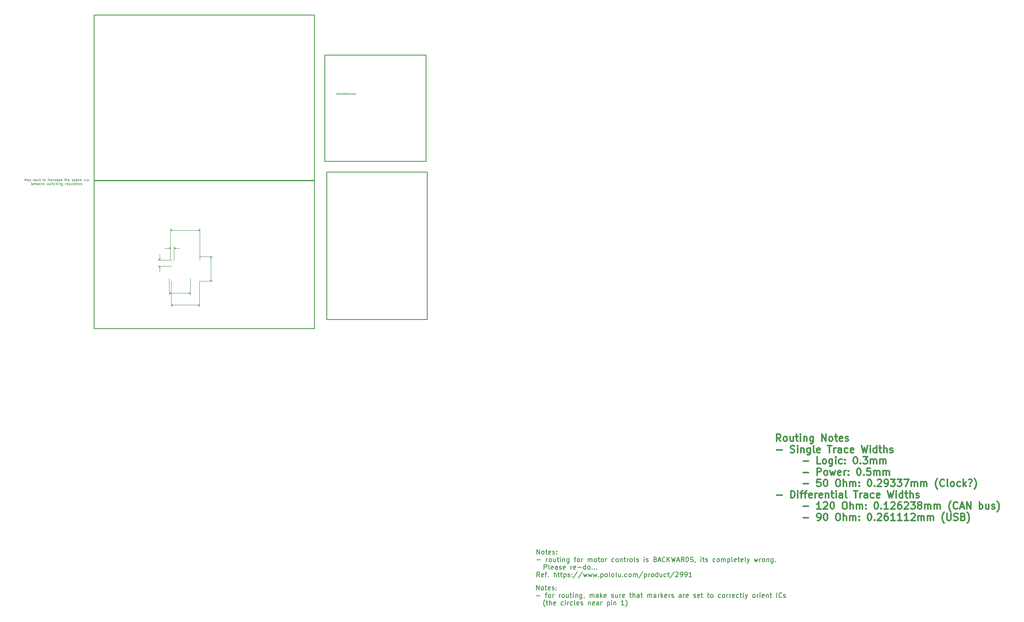
<source format=gbr>
%TF.GenerationSoftware,KiCad,Pcbnew,(6.0.8)*%
%TF.CreationDate,2022-12-06T21:08:53-08:00*%
%TF.ProjectId,motor_controller,6d6f746f-725f-4636-9f6e-74726f6c6c65,B1 (HULA) v0.2*%
%TF.SameCoordinates,Original*%
%TF.FileFunction,Other,Comment*%
%FSLAX46Y46*%
G04 Gerber Fmt 4.6, Leading zero omitted, Abs format (unit mm)*
G04 Created by KiCad (PCBNEW (6.0.8)) date 2022-12-06 21:08:53*
%MOMM*%
%LPD*%
G01*
G04 APERTURE LIST*
%ADD10C,0.150000*%
%ADD11C,0.300000*%
%ADD12C,0.125000*%
%ADD13C,0.031250*%
%ADD14C,0.100000*%
G04 APERTURE END LIST*
D10*
X84000000Y-53400000D02*
X131000000Y-53400000D01*
X131000000Y-53400000D02*
X131000000Y-88750000D01*
X131000000Y-88750000D02*
X84000000Y-88750000D01*
X84000000Y-88750000D02*
X84000000Y-53400000D01*
X133600000Y-86900000D02*
X155000000Y-86900000D01*
X155000000Y-86900000D02*
X155000000Y-118400000D01*
X155000000Y-118400000D02*
X133600000Y-118400000D01*
X133600000Y-118400000D02*
X133600000Y-86900000D01*
X84029000Y-88799975D02*
X131000000Y-88799975D01*
X131000000Y-88799975D02*
X131000000Y-120400000D01*
X131000000Y-120400000D02*
X84029000Y-120400000D01*
X84029000Y-120400000D02*
X84029000Y-88799975D01*
X133155000Y-62000000D02*
X154800000Y-62000000D01*
X154800000Y-62000000D02*
X154800000Y-84650000D01*
X154800000Y-84650000D02*
X133155000Y-84650000D01*
X133155000Y-84650000D02*
X133155000Y-62000000D01*
D11*
X230409285Y-144426071D02*
X229909285Y-143711785D01*
X229552142Y-144426071D02*
X229552142Y-142926071D01*
X230123571Y-142926071D01*
X230266428Y-142997500D01*
X230337857Y-143068928D01*
X230409285Y-143211785D01*
X230409285Y-143426071D01*
X230337857Y-143568928D01*
X230266428Y-143640357D01*
X230123571Y-143711785D01*
X229552142Y-143711785D01*
X231266428Y-144426071D02*
X231123571Y-144354642D01*
X231052142Y-144283214D01*
X230980714Y-144140357D01*
X230980714Y-143711785D01*
X231052142Y-143568928D01*
X231123571Y-143497500D01*
X231266428Y-143426071D01*
X231480714Y-143426071D01*
X231623571Y-143497500D01*
X231695000Y-143568928D01*
X231766428Y-143711785D01*
X231766428Y-144140357D01*
X231695000Y-144283214D01*
X231623571Y-144354642D01*
X231480714Y-144426071D01*
X231266428Y-144426071D01*
X233052142Y-143426071D02*
X233052142Y-144426071D01*
X232409285Y-143426071D02*
X232409285Y-144211785D01*
X232480714Y-144354642D01*
X232623571Y-144426071D01*
X232837857Y-144426071D01*
X232980714Y-144354642D01*
X233052142Y-144283214D01*
X233552142Y-143426071D02*
X234123571Y-143426071D01*
X233766428Y-142926071D02*
X233766428Y-144211785D01*
X233837857Y-144354642D01*
X233980714Y-144426071D01*
X234123571Y-144426071D01*
X234623571Y-144426071D02*
X234623571Y-143426071D01*
X234623571Y-142926071D02*
X234552142Y-142997500D01*
X234623571Y-143068928D01*
X234695000Y-142997500D01*
X234623571Y-142926071D01*
X234623571Y-143068928D01*
X235337857Y-143426071D02*
X235337857Y-144426071D01*
X235337857Y-143568928D02*
X235409285Y-143497500D01*
X235552142Y-143426071D01*
X235766428Y-143426071D01*
X235909285Y-143497500D01*
X235980714Y-143640357D01*
X235980714Y-144426071D01*
X237337857Y-143426071D02*
X237337857Y-144640357D01*
X237266428Y-144783214D01*
X237195000Y-144854642D01*
X237052142Y-144926071D01*
X236837857Y-144926071D01*
X236695000Y-144854642D01*
X237337857Y-144354642D02*
X237195000Y-144426071D01*
X236909285Y-144426071D01*
X236766428Y-144354642D01*
X236695000Y-144283214D01*
X236623571Y-144140357D01*
X236623571Y-143711785D01*
X236695000Y-143568928D01*
X236766428Y-143497500D01*
X236909285Y-143426071D01*
X237195000Y-143426071D01*
X237337857Y-143497500D01*
X239195000Y-144426071D02*
X239195000Y-142926071D01*
X240052142Y-144426071D01*
X240052142Y-142926071D01*
X240980714Y-144426071D02*
X240837857Y-144354642D01*
X240766428Y-144283214D01*
X240695000Y-144140357D01*
X240695000Y-143711785D01*
X240766428Y-143568928D01*
X240837857Y-143497500D01*
X240980714Y-143426071D01*
X241195000Y-143426071D01*
X241337857Y-143497500D01*
X241409285Y-143568928D01*
X241480714Y-143711785D01*
X241480714Y-144140357D01*
X241409285Y-144283214D01*
X241337857Y-144354642D01*
X241195000Y-144426071D01*
X240980714Y-144426071D01*
X241909285Y-143426071D02*
X242480714Y-143426071D01*
X242123571Y-142926071D02*
X242123571Y-144211785D01*
X242195000Y-144354642D01*
X242337857Y-144426071D01*
X242480714Y-144426071D01*
X243552142Y-144354642D02*
X243409285Y-144426071D01*
X243123571Y-144426071D01*
X242980714Y-144354642D01*
X242909285Y-144211785D01*
X242909285Y-143640357D01*
X242980714Y-143497500D01*
X243123571Y-143426071D01*
X243409285Y-143426071D01*
X243552142Y-143497500D01*
X243623571Y-143640357D01*
X243623571Y-143783214D01*
X242909285Y-143926071D01*
X244195000Y-144354642D02*
X244337857Y-144426071D01*
X244623571Y-144426071D01*
X244766428Y-144354642D01*
X244837857Y-144211785D01*
X244837857Y-144140357D01*
X244766428Y-143997500D01*
X244623571Y-143926071D01*
X244409285Y-143926071D01*
X244266428Y-143854642D01*
X244195000Y-143711785D01*
X244195000Y-143640357D01*
X244266428Y-143497500D01*
X244409285Y-143426071D01*
X244623571Y-143426071D01*
X244766428Y-143497500D01*
X229552142Y-146269642D02*
X230695000Y-146269642D01*
X232480714Y-146769642D02*
X232695000Y-146841071D01*
X233052142Y-146841071D01*
X233195000Y-146769642D01*
X233266428Y-146698214D01*
X233337857Y-146555357D01*
X233337857Y-146412500D01*
X233266428Y-146269642D01*
X233195000Y-146198214D01*
X233052142Y-146126785D01*
X232766428Y-146055357D01*
X232623571Y-145983928D01*
X232552142Y-145912500D01*
X232480714Y-145769642D01*
X232480714Y-145626785D01*
X232552142Y-145483928D01*
X232623571Y-145412500D01*
X232766428Y-145341071D01*
X233123571Y-145341071D01*
X233337857Y-145412500D01*
X233980714Y-146841071D02*
X233980714Y-145841071D01*
X233980714Y-145341071D02*
X233909285Y-145412500D01*
X233980714Y-145483928D01*
X234052142Y-145412500D01*
X233980714Y-145341071D01*
X233980714Y-145483928D01*
X234695000Y-145841071D02*
X234695000Y-146841071D01*
X234695000Y-145983928D02*
X234766428Y-145912500D01*
X234909285Y-145841071D01*
X235123571Y-145841071D01*
X235266428Y-145912500D01*
X235337857Y-146055357D01*
X235337857Y-146841071D01*
X236695000Y-145841071D02*
X236695000Y-147055357D01*
X236623571Y-147198214D01*
X236552142Y-147269642D01*
X236409285Y-147341071D01*
X236195000Y-147341071D01*
X236052142Y-147269642D01*
X236695000Y-146769642D02*
X236552142Y-146841071D01*
X236266428Y-146841071D01*
X236123571Y-146769642D01*
X236052142Y-146698214D01*
X235980714Y-146555357D01*
X235980714Y-146126785D01*
X236052142Y-145983928D01*
X236123571Y-145912500D01*
X236266428Y-145841071D01*
X236552142Y-145841071D01*
X236695000Y-145912500D01*
X237623571Y-146841071D02*
X237480714Y-146769642D01*
X237409285Y-146626785D01*
X237409285Y-145341071D01*
X238766428Y-146769642D02*
X238623571Y-146841071D01*
X238337857Y-146841071D01*
X238195000Y-146769642D01*
X238123571Y-146626785D01*
X238123571Y-146055357D01*
X238195000Y-145912500D01*
X238337857Y-145841071D01*
X238623571Y-145841071D01*
X238766428Y-145912500D01*
X238837857Y-146055357D01*
X238837857Y-146198214D01*
X238123571Y-146341071D01*
X240409285Y-145341071D02*
X241266428Y-145341071D01*
X240837857Y-146841071D02*
X240837857Y-145341071D01*
X241766428Y-146841071D02*
X241766428Y-145841071D01*
X241766428Y-146126785D02*
X241837857Y-145983928D01*
X241909285Y-145912500D01*
X242052142Y-145841071D01*
X242195000Y-145841071D01*
X243337857Y-146841071D02*
X243337857Y-146055357D01*
X243266428Y-145912500D01*
X243123571Y-145841071D01*
X242837857Y-145841071D01*
X242695000Y-145912500D01*
X243337857Y-146769642D02*
X243195000Y-146841071D01*
X242837857Y-146841071D01*
X242695000Y-146769642D01*
X242623571Y-146626785D01*
X242623571Y-146483928D01*
X242695000Y-146341071D01*
X242837857Y-146269642D01*
X243195000Y-146269642D01*
X243337857Y-146198214D01*
X244695000Y-146769642D02*
X244552142Y-146841071D01*
X244266428Y-146841071D01*
X244123571Y-146769642D01*
X244052142Y-146698214D01*
X243980714Y-146555357D01*
X243980714Y-146126785D01*
X244052142Y-145983928D01*
X244123571Y-145912500D01*
X244266428Y-145841071D01*
X244552142Y-145841071D01*
X244695000Y-145912500D01*
X245909285Y-146769642D02*
X245766428Y-146841071D01*
X245480714Y-146841071D01*
X245337857Y-146769642D01*
X245266428Y-146626785D01*
X245266428Y-146055357D01*
X245337857Y-145912500D01*
X245480714Y-145841071D01*
X245766428Y-145841071D01*
X245909285Y-145912500D01*
X245980714Y-146055357D01*
X245980714Y-146198214D01*
X245266428Y-146341071D01*
X247623571Y-145341071D02*
X247980714Y-146841071D01*
X248266428Y-145769642D01*
X248552142Y-146841071D01*
X248909285Y-145341071D01*
X249480714Y-146841071D02*
X249480714Y-145841071D01*
X249480714Y-145341071D02*
X249409285Y-145412500D01*
X249480714Y-145483928D01*
X249552142Y-145412500D01*
X249480714Y-145341071D01*
X249480714Y-145483928D01*
X250837857Y-146841071D02*
X250837857Y-145341071D01*
X250837857Y-146769642D02*
X250695000Y-146841071D01*
X250409285Y-146841071D01*
X250266428Y-146769642D01*
X250195000Y-146698214D01*
X250123571Y-146555357D01*
X250123571Y-146126785D01*
X250195000Y-145983928D01*
X250266428Y-145912500D01*
X250409285Y-145841071D01*
X250695000Y-145841071D01*
X250837857Y-145912500D01*
X251337857Y-145841071D02*
X251909285Y-145841071D01*
X251552142Y-145341071D02*
X251552142Y-146626785D01*
X251623571Y-146769642D01*
X251766428Y-146841071D01*
X251909285Y-146841071D01*
X252409285Y-146841071D02*
X252409285Y-145341071D01*
X253052142Y-146841071D02*
X253052142Y-146055357D01*
X252980714Y-145912500D01*
X252837857Y-145841071D01*
X252623571Y-145841071D01*
X252480714Y-145912500D01*
X252409285Y-145983928D01*
X253695000Y-146769642D02*
X253837857Y-146841071D01*
X254123571Y-146841071D01*
X254266428Y-146769642D01*
X254337857Y-146626785D01*
X254337857Y-146555357D01*
X254266428Y-146412500D01*
X254123571Y-146341071D01*
X253909285Y-146341071D01*
X253766428Y-146269642D01*
X253695000Y-146126785D01*
X253695000Y-146055357D01*
X253766428Y-145912500D01*
X253909285Y-145841071D01*
X254123571Y-145841071D01*
X254266428Y-145912500D01*
X235195000Y-148684642D02*
X236337857Y-148684642D01*
X238909285Y-149256071D02*
X238195000Y-149256071D01*
X238195000Y-147756071D01*
X239623571Y-149256071D02*
X239480714Y-149184642D01*
X239409285Y-149113214D01*
X239337857Y-148970357D01*
X239337857Y-148541785D01*
X239409285Y-148398928D01*
X239480714Y-148327500D01*
X239623571Y-148256071D01*
X239837857Y-148256071D01*
X239980714Y-148327500D01*
X240052142Y-148398928D01*
X240123571Y-148541785D01*
X240123571Y-148970357D01*
X240052142Y-149113214D01*
X239980714Y-149184642D01*
X239837857Y-149256071D01*
X239623571Y-149256071D01*
X241409285Y-148256071D02*
X241409285Y-149470357D01*
X241337857Y-149613214D01*
X241266428Y-149684642D01*
X241123571Y-149756071D01*
X240909285Y-149756071D01*
X240766428Y-149684642D01*
X241409285Y-149184642D02*
X241266428Y-149256071D01*
X240980714Y-149256071D01*
X240837857Y-149184642D01*
X240766428Y-149113214D01*
X240695000Y-148970357D01*
X240695000Y-148541785D01*
X240766428Y-148398928D01*
X240837857Y-148327500D01*
X240980714Y-148256071D01*
X241266428Y-148256071D01*
X241409285Y-148327500D01*
X242123571Y-149256071D02*
X242123571Y-148256071D01*
X242123571Y-147756071D02*
X242052142Y-147827500D01*
X242123571Y-147898928D01*
X242195000Y-147827500D01*
X242123571Y-147756071D01*
X242123571Y-147898928D01*
X243480714Y-149184642D02*
X243337857Y-149256071D01*
X243052142Y-149256071D01*
X242909285Y-149184642D01*
X242837857Y-149113214D01*
X242766428Y-148970357D01*
X242766428Y-148541785D01*
X242837857Y-148398928D01*
X242909285Y-148327500D01*
X243052142Y-148256071D01*
X243337857Y-148256071D01*
X243480714Y-148327500D01*
X244123571Y-149113214D02*
X244195000Y-149184642D01*
X244123571Y-149256071D01*
X244052142Y-149184642D01*
X244123571Y-149113214D01*
X244123571Y-149256071D01*
X244123571Y-148327500D02*
X244195000Y-148398928D01*
X244123571Y-148470357D01*
X244052142Y-148398928D01*
X244123571Y-148327500D01*
X244123571Y-148470357D01*
X246266428Y-147756071D02*
X246409285Y-147756071D01*
X246552142Y-147827500D01*
X246623571Y-147898928D01*
X246695000Y-148041785D01*
X246766428Y-148327500D01*
X246766428Y-148684642D01*
X246695000Y-148970357D01*
X246623571Y-149113214D01*
X246552142Y-149184642D01*
X246409285Y-149256071D01*
X246266428Y-149256071D01*
X246123571Y-149184642D01*
X246052142Y-149113214D01*
X245980714Y-148970357D01*
X245909285Y-148684642D01*
X245909285Y-148327500D01*
X245980714Y-148041785D01*
X246052142Y-147898928D01*
X246123571Y-147827500D01*
X246266428Y-147756071D01*
X247409285Y-149113214D02*
X247480714Y-149184642D01*
X247409285Y-149256071D01*
X247337857Y-149184642D01*
X247409285Y-149113214D01*
X247409285Y-149256071D01*
X247980714Y-147756071D02*
X248909285Y-147756071D01*
X248409285Y-148327500D01*
X248623571Y-148327500D01*
X248766428Y-148398928D01*
X248837857Y-148470357D01*
X248909285Y-148613214D01*
X248909285Y-148970357D01*
X248837857Y-149113214D01*
X248766428Y-149184642D01*
X248623571Y-149256071D01*
X248195000Y-149256071D01*
X248052142Y-149184642D01*
X247980714Y-149113214D01*
X249552142Y-149256071D02*
X249552142Y-148256071D01*
X249552142Y-148398928D02*
X249623571Y-148327500D01*
X249766428Y-148256071D01*
X249980714Y-148256071D01*
X250123571Y-148327500D01*
X250195000Y-148470357D01*
X250195000Y-149256071D01*
X250195000Y-148470357D02*
X250266428Y-148327500D01*
X250409285Y-148256071D01*
X250623571Y-148256071D01*
X250766428Y-148327500D01*
X250837857Y-148470357D01*
X250837857Y-149256071D01*
X251552142Y-149256071D02*
X251552142Y-148256071D01*
X251552142Y-148398928D02*
X251623571Y-148327500D01*
X251766428Y-148256071D01*
X251980714Y-148256071D01*
X252123571Y-148327500D01*
X252195000Y-148470357D01*
X252195000Y-149256071D01*
X252195000Y-148470357D02*
X252266428Y-148327500D01*
X252409285Y-148256071D01*
X252623571Y-148256071D01*
X252766428Y-148327500D01*
X252837857Y-148470357D01*
X252837857Y-149256071D01*
X235195000Y-151099642D02*
X236337857Y-151099642D01*
X238195000Y-151671071D02*
X238195000Y-150171071D01*
X238766428Y-150171071D01*
X238909285Y-150242500D01*
X238980714Y-150313928D01*
X239052142Y-150456785D01*
X239052142Y-150671071D01*
X238980714Y-150813928D01*
X238909285Y-150885357D01*
X238766428Y-150956785D01*
X238195000Y-150956785D01*
X239909285Y-151671071D02*
X239766428Y-151599642D01*
X239695000Y-151528214D01*
X239623571Y-151385357D01*
X239623571Y-150956785D01*
X239695000Y-150813928D01*
X239766428Y-150742500D01*
X239909285Y-150671071D01*
X240123571Y-150671071D01*
X240266428Y-150742500D01*
X240337857Y-150813928D01*
X240409285Y-150956785D01*
X240409285Y-151385357D01*
X240337857Y-151528214D01*
X240266428Y-151599642D01*
X240123571Y-151671071D01*
X239909285Y-151671071D01*
X240909285Y-150671071D02*
X241195000Y-151671071D01*
X241480714Y-150956785D01*
X241766428Y-151671071D01*
X242052142Y-150671071D01*
X243195000Y-151599642D02*
X243052142Y-151671071D01*
X242766428Y-151671071D01*
X242623571Y-151599642D01*
X242552142Y-151456785D01*
X242552142Y-150885357D01*
X242623571Y-150742500D01*
X242766428Y-150671071D01*
X243052142Y-150671071D01*
X243195000Y-150742500D01*
X243266428Y-150885357D01*
X243266428Y-151028214D01*
X242552142Y-151171071D01*
X243909285Y-151671071D02*
X243909285Y-150671071D01*
X243909285Y-150956785D02*
X243980714Y-150813928D01*
X244052142Y-150742500D01*
X244195000Y-150671071D01*
X244337857Y-150671071D01*
X244837857Y-151528214D02*
X244909285Y-151599642D01*
X244837857Y-151671071D01*
X244766428Y-151599642D01*
X244837857Y-151528214D01*
X244837857Y-151671071D01*
X244837857Y-150742500D02*
X244909285Y-150813928D01*
X244837857Y-150885357D01*
X244766428Y-150813928D01*
X244837857Y-150742500D01*
X244837857Y-150885357D01*
X246980714Y-150171071D02*
X247123571Y-150171071D01*
X247266428Y-150242500D01*
X247337857Y-150313928D01*
X247409285Y-150456785D01*
X247480714Y-150742500D01*
X247480714Y-151099642D01*
X247409285Y-151385357D01*
X247337857Y-151528214D01*
X247266428Y-151599642D01*
X247123571Y-151671071D01*
X246980714Y-151671071D01*
X246837857Y-151599642D01*
X246766428Y-151528214D01*
X246695000Y-151385357D01*
X246623571Y-151099642D01*
X246623571Y-150742500D01*
X246695000Y-150456785D01*
X246766428Y-150313928D01*
X246837857Y-150242500D01*
X246980714Y-150171071D01*
X248123571Y-151528214D02*
X248195000Y-151599642D01*
X248123571Y-151671071D01*
X248052142Y-151599642D01*
X248123571Y-151528214D01*
X248123571Y-151671071D01*
X249552142Y-150171071D02*
X248837857Y-150171071D01*
X248766428Y-150885357D01*
X248837857Y-150813928D01*
X248980714Y-150742500D01*
X249337857Y-150742500D01*
X249480714Y-150813928D01*
X249552142Y-150885357D01*
X249623571Y-151028214D01*
X249623571Y-151385357D01*
X249552142Y-151528214D01*
X249480714Y-151599642D01*
X249337857Y-151671071D01*
X248980714Y-151671071D01*
X248837857Y-151599642D01*
X248766428Y-151528214D01*
X250266428Y-151671071D02*
X250266428Y-150671071D01*
X250266428Y-150813928D02*
X250337857Y-150742500D01*
X250480714Y-150671071D01*
X250695000Y-150671071D01*
X250837857Y-150742500D01*
X250909285Y-150885357D01*
X250909285Y-151671071D01*
X250909285Y-150885357D02*
X250980714Y-150742500D01*
X251123571Y-150671071D01*
X251337857Y-150671071D01*
X251480714Y-150742500D01*
X251552142Y-150885357D01*
X251552142Y-151671071D01*
X252266428Y-151671071D02*
X252266428Y-150671071D01*
X252266428Y-150813928D02*
X252337857Y-150742500D01*
X252480714Y-150671071D01*
X252695000Y-150671071D01*
X252837857Y-150742500D01*
X252909285Y-150885357D01*
X252909285Y-151671071D01*
X252909285Y-150885357D02*
X252980714Y-150742500D01*
X253123571Y-150671071D01*
X253337857Y-150671071D01*
X253480714Y-150742500D01*
X253552142Y-150885357D01*
X253552142Y-151671071D01*
X235195000Y-153514642D02*
X236337857Y-153514642D01*
X238909285Y-152586071D02*
X238195000Y-152586071D01*
X238123571Y-153300357D01*
X238195000Y-153228928D01*
X238337857Y-153157500D01*
X238695000Y-153157500D01*
X238837857Y-153228928D01*
X238909285Y-153300357D01*
X238980714Y-153443214D01*
X238980714Y-153800357D01*
X238909285Y-153943214D01*
X238837857Y-154014642D01*
X238695000Y-154086071D01*
X238337857Y-154086071D01*
X238195000Y-154014642D01*
X238123571Y-153943214D01*
X239909285Y-152586071D02*
X240052142Y-152586071D01*
X240195000Y-152657500D01*
X240266428Y-152728928D01*
X240337857Y-152871785D01*
X240409285Y-153157500D01*
X240409285Y-153514642D01*
X240337857Y-153800357D01*
X240266428Y-153943214D01*
X240195000Y-154014642D01*
X240052142Y-154086071D01*
X239909285Y-154086071D01*
X239766428Y-154014642D01*
X239695000Y-153943214D01*
X239623571Y-153800357D01*
X239552142Y-153514642D01*
X239552142Y-153157500D01*
X239623571Y-152871785D01*
X239695000Y-152728928D01*
X239766428Y-152657500D01*
X239909285Y-152586071D01*
X242480714Y-152586071D02*
X242766428Y-152586071D01*
X242909285Y-152657500D01*
X243052142Y-152800357D01*
X243123571Y-153086071D01*
X243123571Y-153586071D01*
X243052142Y-153871785D01*
X242909285Y-154014642D01*
X242766428Y-154086071D01*
X242480714Y-154086071D01*
X242337857Y-154014642D01*
X242195000Y-153871785D01*
X242123571Y-153586071D01*
X242123571Y-153086071D01*
X242195000Y-152800357D01*
X242337857Y-152657500D01*
X242480714Y-152586071D01*
X243766428Y-154086071D02*
X243766428Y-152586071D01*
X244409285Y-154086071D02*
X244409285Y-153300357D01*
X244337857Y-153157500D01*
X244195000Y-153086071D01*
X243980714Y-153086071D01*
X243837857Y-153157500D01*
X243766428Y-153228928D01*
X245123571Y-154086071D02*
X245123571Y-153086071D01*
X245123571Y-153228928D02*
X245195000Y-153157500D01*
X245337857Y-153086071D01*
X245552142Y-153086071D01*
X245695000Y-153157500D01*
X245766428Y-153300357D01*
X245766428Y-154086071D01*
X245766428Y-153300357D02*
X245837857Y-153157500D01*
X245980714Y-153086071D01*
X246195000Y-153086071D01*
X246337857Y-153157500D01*
X246409285Y-153300357D01*
X246409285Y-154086071D01*
X247123571Y-153943214D02*
X247195000Y-154014642D01*
X247123571Y-154086071D01*
X247052142Y-154014642D01*
X247123571Y-153943214D01*
X247123571Y-154086071D01*
X247123571Y-153157500D02*
X247195000Y-153228928D01*
X247123571Y-153300357D01*
X247052142Y-153228928D01*
X247123571Y-153157500D01*
X247123571Y-153300357D01*
X249266428Y-152586071D02*
X249409285Y-152586071D01*
X249552142Y-152657500D01*
X249623571Y-152728928D01*
X249695000Y-152871785D01*
X249766428Y-153157500D01*
X249766428Y-153514642D01*
X249695000Y-153800357D01*
X249623571Y-153943214D01*
X249552142Y-154014642D01*
X249409285Y-154086071D01*
X249266428Y-154086071D01*
X249123571Y-154014642D01*
X249052142Y-153943214D01*
X248980714Y-153800357D01*
X248909285Y-153514642D01*
X248909285Y-153157500D01*
X248980714Y-152871785D01*
X249052142Y-152728928D01*
X249123571Y-152657500D01*
X249266428Y-152586071D01*
X250409285Y-153943214D02*
X250480714Y-154014642D01*
X250409285Y-154086071D01*
X250337857Y-154014642D01*
X250409285Y-153943214D01*
X250409285Y-154086071D01*
X251052142Y-152728928D02*
X251123571Y-152657500D01*
X251266428Y-152586071D01*
X251623571Y-152586071D01*
X251766428Y-152657500D01*
X251837857Y-152728928D01*
X251909285Y-152871785D01*
X251909285Y-153014642D01*
X251837857Y-153228928D01*
X250980714Y-154086071D01*
X251909285Y-154086071D01*
X252623571Y-154086071D02*
X252909285Y-154086071D01*
X253052142Y-154014642D01*
X253123571Y-153943214D01*
X253266428Y-153728928D01*
X253337857Y-153443214D01*
X253337857Y-152871785D01*
X253266428Y-152728928D01*
X253195000Y-152657500D01*
X253052142Y-152586071D01*
X252766428Y-152586071D01*
X252623571Y-152657500D01*
X252552142Y-152728928D01*
X252480714Y-152871785D01*
X252480714Y-153228928D01*
X252552142Y-153371785D01*
X252623571Y-153443214D01*
X252766428Y-153514642D01*
X253052142Y-153514642D01*
X253195000Y-153443214D01*
X253266428Y-153371785D01*
X253337857Y-153228928D01*
X253837857Y-152586071D02*
X254766428Y-152586071D01*
X254266428Y-153157500D01*
X254480714Y-153157500D01*
X254623571Y-153228928D01*
X254695000Y-153300357D01*
X254766428Y-153443214D01*
X254766428Y-153800357D01*
X254695000Y-153943214D01*
X254623571Y-154014642D01*
X254480714Y-154086071D01*
X254052142Y-154086071D01*
X253909285Y-154014642D01*
X253837857Y-153943214D01*
X255266428Y-152586071D02*
X256195000Y-152586071D01*
X255695000Y-153157500D01*
X255909285Y-153157500D01*
X256052142Y-153228928D01*
X256123571Y-153300357D01*
X256195000Y-153443214D01*
X256195000Y-153800357D01*
X256123571Y-153943214D01*
X256052142Y-154014642D01*
X255909285Y-154086071D01*
X255480714Y-154086071D01*
X255337857Y-154014642D01*
X255266428Y-153943214D01*
X256695000Y-152586071D02*
X257695000Y-152586071D01*
X257052142Y-154086071D01*
X258266428Y-154086071D02*
X258266428Y-153086071D01*
X258266428Y-153228928D02*
X258337857Y-153157500D01*
X258480714Y-153086071D01*
X258695000Y-153086071D01*
X258837857Y-153157500D01*
X258909285Y-153300357D01*
X258909285Y-154086071D01*
X258909285Y-153300357D02*
X258980714Y-153157500D01*
X259123571Y-153086071D01*
X259337857Y-153086071D01*
X259480714Y-153157500D01*
X259552142Y-153300357D01*
X259552142Y-154086071D01*
X260266428Y-154086071D02*
X260266428Y-153086071D01*
X260266428Y-153228928D02*
X260337857Y-153157500D01*
X260480714Y-153086071D01*
X260695000Y-153086071D01*
X260837857Y-153157500D01*
X260909285Y-153300357D01*
X260909285Y-154086071D01*
X260909285Y-153300357D02*
X260980714Y-153157500D01*
X261123571Y-153086071D01*
X261337857Y-153086071D01*
X261480714Y-153157500D01*
X261552142Y-153300357D01*
X261552142Y-154086071D01*
X263837857Y-154657500D02*
X263766428Y-154586071D01*
X263623571Y-154371785D01*
X263552142Y-154228928D01*
X263480714Y-154014642D01*
X263409285Y-153657500D01*
X263409285Y-153371785D01*
X263480714Y-153014642D01*
X263552142Y-152800357D01*
X263623571Y-152657500D01*
X263766428Y-152443214D01*
X263837857Y-152371785D01*
X265266428Y-153943214D02*
X265195000Y-154014642D01*
X264980714Y-154086071D01*
X264837857Y-154086071D01*
X264623571Y-154014642D01*
X264480714Y-153871785D01*
X264409285Y-153728928D01*
X264337857Y-153443214D01*
X264337857Y-153228928D01*
X264409285Y-152943214D01*
X264480714Y-152800357D01*
X264623571Y-152657500D01*
X264837857Y-152586071D01*
X264980714Y-152586071D01*
X265195000Y-152657500D01*
X265266428Y-152728928D01*
X266123571Y-154086071D02*
X265980714Y-154014642D01*
X265909285Y-153871785D01*
X265909285Y-152586071D01*
X266909285Y-154086071D02*
X266766428Y-154014642D01*
X266695000Y-153943214D01*
X266623571Y-153800357D01*
X266623571Y-153371785D01*
X266695000Y-153228928D01*
X266766428Y-153157500D01*
X266909285Y-153086071D01*
X267123571Y-153086071D01*
X267266428Y-153157500D01*
X267337857Y-153228928D01*
X267409285Y-153371785D01*
X267409285Y-153800357D01*
X267337857Y-153943214D01*
X267266428Y-154014642D01*
X267123571Y-154086071D01*
X266909285Y-154086071D01*
X268695000Y-154014642D02*
X268552142Y-154086071D01*
X268266428Y-154086071D01*
X268123571Y-154014642D01*
X268052142Y-153943214D01*
X267980714Y-153800357D01*
X267980714Y-153371785D01*
X268052142Y-153228928D01*
X268123571Y-153157500D01*
X268266428Y-153086071D01*
X268552142Y-153086071D01*
X268695000Y-153157500D01*
X269337857Y-154086071D02*
X269337857Y-152586071D01*
X269480714Y-153514642D02*
X269909285Y-154086071D01*
X269909285Y-153086071D02*
X269337857Y-153657500D01*
X270766428Y-153943214D02*
X270837857Y-154014642D01*
X270766428Y-154086071D01*
X270695000Y-154014642D01*
X270766428Y-153943214D01*
X270766428Y-154086071D01*
X270480714Y-152657500D02*
X270623571Y-152586071D01*
X270980714Y-152586071D01*
X271123571Y-152657500D01*
X271195000Y-152800357D01*
X271195000Y-152943214D01*
X271123571Y-153086071D01*
X271052142Y-153157500D01*
X270909285Y-153228928D01*
X270837857Y-153300357D01*
X270766428Y-153443214D01*
X270766428Y-153514642D01*
X271695000Y-154657500D02*
X271766428Y-154586071D01*
X271909285Y-154371785D01*
X271980714Y-154228928D01*
X272052142Y-154014642D01*
X272123571Y-153657500D01*
X272123571Y-153371785D01*
X272052142Y-153014642D01*
X271980714Y-152800357D01*
X271909285Y-152657500D01*
X271766428Y-152443214D01*
X271695000Y-152371785D01*
X229552142Y-155929642D02*
X230695000Y-155929642D01*
X232552142Y-156501071D02*
X232552142Y-155001071D01*
X232909285Y-155001071D01*
X233123571Y-155072500D01*
X233266428Y-155215357D01*
X233337857Y-155358214D01*
X233409285Y-155643928D01*
X233409285Y-155858214D01*
X233337857Y-156143928D01*
X233266428Y-156286785D01*
X233123571Y-156429642D01*
X232909285Y-156501071D01*
X232552142Y-156501071D01*
X234052142Y-156501071D02*
X234052142Y-155501071D01*
X234052142Y-155001071D02*
X233980714Y-155072500D01*
X234052142Y-155143928D01*
X234123571Y-155072500D01*
X234052142Y-155001071D01*
X234052142Y-155143928D01*
X234552142Y-155501071D02*
X235123571Y-155501071D01*
X234766428Y-156501071D02*
X234766428Y-155215357D01*
X234837857Y-155072500D01*
X234980714Y-155001071D01*
X235123571Y-155001071D01*
X235409285Y-155501071D02*
X235980714Y-155501071D01*
X235623571Y-156501071D02*
X235623571Y-155215357D01*
X235695000Y-155072500D01*
X235837857Y-155001071D01*
X235980714Y-155001071D01*
X237052142Y-156429642D02*
X236909285Y-156501071D01*
X236623571Y-156501071D01*
X236480714Y-156429642D01*
X236409285Y-156286785D01*
X236409285Y-155715357D01*
X236480714Y-155572500D01*
X236623571Y-155501071D01*
X236909285Y-155501071D01*
X237052142Y-155572500D01*
X237123571Y-155715357D01*
X237123571Y-155858214D01*
X236409285Y-156001071D01*
X237766428Y-156501071D02*
X237766428Y-155501071D01*
X237766428Y-155786785D02*
X237837857Y-155643928D01*
X237909285Y-155572500D01*
X238052142Y-155501071D01*
X238195000Y-155501071D01*
X239266428Y-156429642D02*
X239123571Y-156501071D01*
X238837857Y-156501071D01*
X238695000Y-156429642D01*
X238623571Y-156286785D01*
X238623571Y-155715357D01*
X238695000Y-155572500D01*
X238837857Y-155501071D01*
X239123571Y-155501071D01*
X239266428Y-155572500D01*
X239337857Y-155715357D01*
X239337857Y-155858214D01*
X238623571Y-156001071D01*
X239980714Y-155501071D02*
X239980714Y-156501071D01*
X239980714Y-155643928D02*
X240052142Y-155572500D01*
X240195000Y-155501071D01*
X240409285Y-155501071D01*
X240552142Y-155572500D01*
X240623571Y-155715357D01*
X240623571Y-156501071D01*
X241123571Y-155501071D02*
X241695000Y-155501071D01*
X241337857Y-155001071D02*
X241337857Y-156286785D01*
X241409285Y-156429642D01*
X241552142Y-156501071D01*
X241695000Y-156501071D01*
X242195000Y-156501071D02*
X242195000Y-155501071D01*
X242195000Y-155001071D02*
X242123571Y-155072500D01*
X242195000Y-155143928D01*
X242266428Y-155072500D01*
X242195000Y-155001071D01*
X242195000Y-155143928D01*
X243552142Y-156501071D02*
X243552142Y-155715357D01*
X243480714Y-155572500D01*
X243337857Y-155501071D01*
X243052142Y-155501071D01*
X242909285Y-155572500D01*
X243552142Y-156429642D02*
X243409285Y-156501071D01*
X243052142Y-156501071D01*
X242909285Y-156429642D01*
X242837857Y-156286785D01*
X242837857Y-156143928D01*
X242909285Y-156001071D01*
X243052142Y-155929642D01*
X243409285Y-155929642D01*
X243552142Y-155858214D01*
X244480714Y-156501071D02*
X244337857Y-156429642D01*
X244266428Y-156286785D01*
X244266428Y-155001071D01*
X245980714Y-155001071D02*
X246837857Y-155001071D01*
X246409285Y-156501071D02*
X246409285Y-155001071D01*
X247337857Y-156501071D02*
X247337857Y-155501071D01*
X247337857Y-155786785D02*
X247409285Y-155643928D01*
X247480714Y-155572500D01*
X247623571Y-155501071D01*
X247766428Y-155501071D01*
X248909285Y-156501071D02*
X248909285Y-155715357D01*
X248837857Y-155572500D01*
X248695000Y-155501071D01*
X248409285Y-155501071D01*
X248266428Y-155572500D01*
X248909285Y-156429642D02*
X248766428Y-156501071D01*
X248409285Y-156501071D01*
X248266428Y-156429642D01*
X248195000Y-156286785D01*
X248195000Y-156143928D01*
X248266428Y-156001071D01*
X248409285Y-155929642D01*
X248766428Y-155929642D01*
X248909285Y-155858214D01*
X250266428Y-156429642D02*
X250123571Y-156501071D01*
X249837857Y-156501071D01*
X249695000Y-156429642D01*
X249623571Y-156358214D01*
X249552142Y-156215357D01*
X249552142Y-155786785D01*
X249623571Y-155643928D01*
X249695000Y-155572500D01*
X249837857Y-155501071D01*
X250123571Y-155501071D01*
X250266428Y-155572500D01*
X251480714Y-156429642D02*
X251337857Y-156501071D01*
X251052142Y-156501071D01*
X250909285Y-156429642D01*
X250837857Y-156286785D01*
X250837857Y-155715357D01*
X250909285Y-155572500D01*
X251052142Y-155501071D01*
X251337857Y-155501071D01*
X251480714Y-155572500D01*
X251552142Y-155715357D01*
X251552142Y-155858214D01*
X250837857Y-156001071D01*
X253195000Y-155001071D02*
X253552142Y-156501071D01*
X253837857Y-155429642D01*
X254123571Y-156501071D01*
X254480714Y-155001071D01*
X255052142Y-156501071D02*
X255052142Y-155501071D01*
X255052142Y-155001071D02*
X254980714Y-155072500D01*
X255052142Y-155143928D01*
X255123571Y-155072500D01*
X255052142Y-155001071D01*
X255052142Y-155143928D01*
X256409285Y-156501071D02*
X256409285Y-155001071D01*
X256409285Y-156429642D02*
X256266428Y-156501071D01*
X255980714Y-156501071D01*
X255837857Y-156429642D01*
X255766428Y-156358214D01*
X255695000Y-156215357D01*
X255695000Y-155786785D01*
X255766428Y-155643928D01*
X255837857Y-155572500D01*
X255980714Y-155501071D01*
X256266428Y-155501071D01*
X256409285Y-155572500D01*
X256909285Y-155501071D02*
X257480714Y-155501071D01*
X257123571Y-155001071D02*
X257123571Y-156286785D01*
X257195000Y-156429642D01*
X257337857Y-156501071D01*
X257480714Y-156501071D01*
X257980714Y-156501071D02*
X257980714Y-155001071D01*
X258623571Y-156501071D02*
X258623571Y-155715357D01*
X258552142Y-155572500D01*
X258409285Y-155501071D01*
X258195000Y-155501071D01*
X258052142Y-155572500D01*
X257980714Y-155643928D01*
X259266428Y-156429642D02*
X259409285Y-156501071D01*
X259695000Y-156501071D01*
X259837857Y-156429642D01*
X259909285Y-156286785D01*
X259909285Y-156215357D01*
X259837857Y-156072500D01*
X259695000Y-156001071D01*
X259480714Y-156001071D01*
X259337857Y-155929642D01*
X259266428Y-155786785D01*
X259266428Y-155715357D01*
X259337857Y-155572500D01*
X259480714Y-155501071D01*
X259695000Y-155501071D01*
X259837857Y-155572500D01*
X235195000Y-158344642D02*
X236337857Y-158344642D01*
X238980714Y-158916071D02*
X238123571Y-158916071D01*
X238552142Y-158916071D02*
X238552142Y-157416071D01*
X238409285Y-157630357D01*
X238266428Y-157773214D01*
X238123571Y-157844642D01*
X239552142Y-157558928D02*
X239623571Y-157487500D01*
X239766428Y-157416071D01*
X240123571Y-157416071D01*
X240266428Y-157487500D01*
X240337857Y-157558928D01*
X240409285Y-157701785D01*
X240409285Y-157844642D01*
X240337857Y-158058928D01*
X239480714Y-158916071D01*
X240409285Y-158916071D01*
X241337857Y-157416071D02*
X241480714Y-157416071D01*
X241623571Y-157487500D01*
X241695000Y-157558928D01*
X241766428Y-157701785D01*
X241837857Y-157987500D01*
X241837857Y-158344642D01*
X241766428Y-158630357D01*
X241695000Y-158773214D01*
X241623571Y-158844642D01*
X241480714Y-158916071D01*
X241337857Y-158916071D01*
X241195000Y-158844642D01*
X241123571Y-158773214D01*
X241052142Y-158630357D01*
X240980714Y-158344642D01*
X240980714Y-157987500D01*
X241052142Y-157701785D01*
X241123571Y-157558928D01*
X241195000Y-157487500D01*
X241337857Y-157416071D01*
X243909285Y-157416071D02*
X244195000Y-157416071D01*
X244337857Y-157487500D01*
X244480714Y-157630357D01*
X244552142Y-157916071D01*
X244552142Y-158416071D01*
X244480714Y-158701785D01*
X244337857Y-158844642D01*
X244195000Y-158916071D01*
X243909285Y-158916071D01*
X243766428Y-158844642D01*
X243623571Y-158701785D01*
X243552142Y-158416071D01*
X243552142Y-157916071D01*
X243623571Y-157630357D01*
X243766428Y-157487500D01*
X243909285Y-157416071D01*
X245195000Y-158916071D02*
X245195000Y-157416071D01*
X245837857Y-158916071D02*
X245837857Y-158130357D01*
X245766428Y-157987500D01*
X245623571Y-157916071D01*
X245409285Y-157916071D01*
X245266428Y-157987500D01*
X245195000Y-158058928D01*
X246552142Y-158916071D02*
X246552142Y-157916071D01*
X246552142Y-158058928D02*
X246623571Y-157987500D01*
X246766428Y-157916071D01*
X246980714Y-157916071D01*
X247123571Y-157987500D01*
X247195000Y-158130357D01*
X247195000Y-158916071D01*
X247195000Y-158130357D02*
X247266428Y-157987500D01*
X247409285Y-157916071D01*
X247623571Y-157916071D01*
X247766428Y-157987500D01*
X247837857Y-158130357D01*
X247837857Y-158916071D01*
X248552142Y-158773214D02*
X248623571Y-158844642D01*
X248552142Y-158916071D01*
X248480714Y-158844642D01*
X248552142Y-158773214D01*
X248552142Y-158916071D01*
X248552142Y-157987500D02*
X248623571Y-158058928D01*
X248552142Y-158130357D01*
X248480714Y-158058928D01*
X248552142Y-157987500D01*
X248552142Y-158130357D01*
X250695000Y-157416071D02*
X250837857Y-157416071D01*
X250980714Y-157487500D01*
X251052142Y-157558928D01*
X251123571Y-157701785D01*
X251195000Y-157987500D01*
X251195000Y-158344642D01*
X251123571Y-158630357D01*
X251052142Y-158773214D01*
X250980714Y-158844642D01*
X250837857Y-158916071D01*
X250695000Y-158916071D01*
X250552142Y-158844642D01*
X250480714Y-158773214D01*
X250409285Y-158630357D01*
X250337857Y-158344642D01*
X250337857Y-157987500D01*
X250409285Y-157701785D01*
X250480714Y-157558928D01*
X250552142Y-157487500D01*
X250695000Y-157416071D01*
X251837857Y-158773214D02*
X251909285Y-158844642D01*
X251837857Y-158916071D01*
X251766428Y-158844642D01*
X251837857Y-158773214D01*
X251837857Y-158916071D01*
X253337857Y-158916071D02*
X252480714Y-158916071D01*
X252909285Y-158916071D02*
X252909285Y-157416071D01*
X252766428Y-157630357D01*
X252623571Y-157773214D01*
X252480714Y-157844642D01*
X253909285Y-157558928D02*
X253980714Y-157487500D01*
X254123571Y-157416071D01*
X254480714Y-157416071D01*
X254623571Y-157487500D01*
X254695000Y-157558928D01*
X254766428Y-157701785D01*
X254766428Y-157844642D01*
X254695000Y-158058928D01*
X253837857Y-158916071D01*
X254766428Y-158916071D01*
X256052142Y-157416071D02*
X255766428Y-157416071D01*
X255623571Y-157487500D01*
X255552142Y-157558928D01*
X255409285Y-157773214D01*
X255337857Y-158058928D01*
X255337857Y-158630357D01*
X255409285Y-158773214D01*
X255480714Y-158844642D01*
X255623571Y-158916071D01*
X255909285Y-158916071D01*
X256052142Y-158844642D01*
X256123571Y-158773214D01*
X256195000Y-158630357D01*
X256195000Y-158273214D01*
X256123571Y-158130357D01*
X256052142Y-158058928D01*
X255909285Y-157987500D01*
X255623571Y-157987500D01*
X255480714Y-158058928D01*
X255409285Y-158130357D01*
X255337857Y-158273214D01*
X256766428Y-157558928D02*
X256837857Y-157487500D01*
X256980714Y-157416071D01*
X257337857Y-157416071D01*
X257480714Y-157487500D01*
X257552142Y-157558928D01*
X257623571Y-157701785D01*
X257623571Y-157844642D01*
X257552142Y-158058928D01*
X256695000Y-158916071D01*
X257623571Y-158916071D01*
X258123571Y-157416071D02*
X259052142Y-157416071D01*
X258552142Y-157987500D01*
X258766428Y-157987500D01*
X258909285Y-158058928D01*
X258980714Y-158130357D01*
X259052142Y-158273214D01*
X259052142Y-158630357D01*
X258980714Y-158773214D01*
X258909285Y-158844642D01*
X258766428Y-158916071D01*
X258337857Y-158916071D01*
X258195000Y-158844642D01*
X258123571Y-158773214D01*
X259909285Y-158058928D02*
X259766428Y-157987500D01*
X259695000Y-157916071D01*
X259623571Y-157773214D01*
X259623571Y-157701785D01*
X259695000Y-157558928D01*
X259766428Y-157487500D01*
X259909285Y-157416071D01*
X260195000Y-157416071D01*
X260337857Y-157487500D01*
X260409285Y-157558928D01*
X260480714Y-157701785D01*
X260480714Y-157773214D01*
X260409285Y-157916071D01*
X260337857Y-157987500D01*
X260195000Y-158058928D01*
X259909285Y-158058928D01*
X259766428Y-158130357D01*
X259695000Y-158201785D01*
X259623571Y-158344642D01*
X259623571Y-158630357D01*
X259695000Y-158773214D01*
X259766428Y-158844642D01*
X259909285Y-158916071D01*
X260195000Y-158916071D01*
X260337857Y-158844642D01*
X260409285Y-158773214D01*
X260480714Y-158630357D01*
X260480714Y-158344642D01*
X260409285Y-158201785D01*
X260337857Y-158130357D01*
X260195000Y-158058928D01*
X261123571Y-158916071D02*
X261123571Y-157916071D01*
X261123571Y-158058928D02*
X261195000Y-157987500D01*
X261337857Y-157916071D01*
X261552142Y-157916071D01*
X261695000Y-157987500D01*
X261766428Y-158130357D01*
X261766428Y-158916071D01*
X261766428Y-158130357D02*
X261837857Y-157987500D01*
X261980714Y-157916071D01*
X262195000Y-157916071D01*
X262337857Y-157987500D01*
X262409285Y-158130357D01*
X262409285Y-158916071D01*
X263123571Y-158916071D02*
X263123571Y-157916071D01*
X263123571Y-158058928D02*
X263195000Y-157987500D01*
X263337857Y-157916071D01*
X263552142Y-157916071D01*
X263695000Y-157987500D01*
X263766428Y-158130357D01*
X263766428Y-158916071D01*
X263766428Y-158130357D02*
X263837857Y-157987500D01*
X263980714Y-157916071D01*
X264195000Y-157916071D01*
X264337857Y-157987500D01*
X264409285Y-158130357D01*
X264409285Y-158916071D01*
X266695000Y-159487500D02*
X266623571Y-159416071D01*
X266480714Y-159201785D01*
X266409285Y-159058928D01*
X266337857Y-158844642D01*
X266266428Y-158487500D01*
X266266428Y-158201785D01*
X266337857Y-157844642D01*
X266409285Y-157630357D01*
X266480714Y-157487500D01*
X266623571Y-157273214D01*
X266695000Y-157201785D01*
X268123571Y-158773214D02*
X268052142Y-158844642D01*
X267837857Y-158916071D01*
X267695000Y-158916071D01*
X267480714Y-158844642D01*
X267337857Y-158701785D01*
X267266428Y-158558928D01*
X267195000Y-158273214D01*
X267195000Y-158058928D01*
X267266428Y-157773214D01*
X267337857Y-157630357D01*
X267480714Y-157487500D01*
X267695000Y-157416071D01*
X267837857Y-157416071D01*
X268052142Y-157487500D01*
X268123571Y-157558928D01*
X268695000Y-158487500D02*
X269409285Y-158487500D01*
X268552142Y-158916071D02*
X269052142Y-157416071D01*
X269552142Y-158916071D01*
X270052142Y-158916071D02*
X270052142Y-157416071D01*
X270909285Y-158916071D01*
X270909285Y-157416071D01*
X272766428Y-158916071D02*
X272766428Y-157416071D01*
X272766428Y-157987500D02*
X272909285Y-157916071D01*
X273195000Y-157916071D01*
X273337857Y-157987500D01*
X273409285Y-158058928D01*
X273480714Y-158201785D01*
X273480714Y-158630357D01*
X273409285Y-158773214D01*
X273337857Y-158844642D01*
X273195000Y-158916071D01*
X272909285Y-158916071D01*
X272766428Y-158844642D01*
X274766428Y-157916071D02*
X274766428Y-158916071D01*
X274123571Y-157916071D02*
X274123571Y-158701785D01*
X274195000Y-158844642D01*
X274337857Y-158916071D01*
X274552142Y-158916071D01*
X274695000Y-158844642D01*
X274766428Y-158773214D01*
X275409285Y-158844642D02*
X275552142Y-158916071D01*
X275837857Y-158916071D01*
X275980714Y-158844642D01*
X276052142Y-158701785D01*
X276052142Y-158630357D01*
X275980714Y-158487500D01*
X275837857Y-158416071D01*
X275623571Y-158416071D01*
X275480714Y-158344642D01*
X275409285Y-158201785D01*
X275409285Y-158130357D01*
X275480714Y-157987500D01*
X275623571Y-157916071D01*
X275837857Y-157916071D01*
X275980714Y-157987500D01*
X276552142Y-159487500D02*
X276623571Y-159416071D01*
X276766428Y-159201785D01*
X276837857Y-159058928D01*
X276909285Y-158844642D01*
X276980714Y-158487500D01*
X276980714Y-158201785D01*
X276909285Y-157844642D01*
X276837857Y-157630357D01*
X276766428Y-157487500D01*
X276623571Y-157273214D01*
X276552142Y-157201785D01*
X235195000Y-160759642D02*
X236337857Y-160759642D01*
X238266428Y-161331071D02*
X238552142Y-161331071D01*
X238695000Y-161259642D01*
X238766428Y-161188214D01*
X238909285Y-160973928D01*
X238980714Y-160688214D01*
X238980714Y-160116785D01*
X238909285Y-159973928D01*
X238837857Y-159902500D01*
X238695000Y-159831071D01*
X238409285Y-159831071D01*
X238266428Y-159902500D01*
X238195000Y-159973928D01*
X238123571Y-160116785D01*
X238123571Y-160473928D01*
X238195000Y-160616785D01*
X238266428Y-160688214D01*
X238409285Y-160759642D01*
X238695000Y-160759642D01*
X238837857Y-160688214D01*
X238909285Y-160616785D01*
X238980714Y-160473928D01*
X239909285Y-159831071D02*
X240052142Y-159831071D01*
X240195000Y-159902500D01*
X240266428Y-159973928D01*
X240337857Y-160116785D01*
X240409285Y-160402500D01*
X240409285Y-160759642D01*
X240337857Y-161045357D01*
X240266428Y-161188214D01*
X240195000Y-161259642D01*
X240052142Y-161331071D01*
X239909285Y-161331071D01*
X239766428Y-161259642D01*
X239695000Y-161188214D01*
X239623571Y-161045357D01*
X239552142Y-160759642D01*
X239552142Y-160402500D01*
X239623571Y-160116785D01*
X239695000Y-159973928D01*
X239766428Y-159902500D01*
X239909285Y-159831071D01*
X242480714Y-159831071D02*
X242766428Y-159831071D01*
X242909285Y-159902500D01*
X243052142Y-160045357D01*
X243123571Y-160331071D01*
X243123571Y-160831071D01*
X243052142Y-161116785D01*
X242909285Y-161259642D01*
X242766428Y-161331071D01*
X242480714Y-161331071D01*
X242337857Y-161259642D01*
X242195000Y-161116785D01*
X242123571Y-160831071D01*
X242123571Y-160331071D01*
X242195000Y-160045357D01*
X242337857Y-159902500D01*
X242480714Y-159831071D01*
X243766428Y-161331071D02*
X243766428Y-159831071D01*
X244409285Y-161331071D02*
X244409285Y-160545357D01*
X244337857Y-160402500D01*
X244195000Y-160331071D01*
X243980714Y-160331071D01*
X243837857Y-160402500D01*
X243766428Y-160473928D01*
X245123571Y-161331071D02*
X245123571Y-160331071D01*
X245123571Y-160473928D02*
X245195000Y-160402500D01*
X245337857Y-160331071D01*
X245552142Y-160331071D01*
X245695000Y-160402500D01*
X245766428Y-160545357D01*
X245766428Y-161331071D01*
X245766428Y-160545357D02*
X245837857Y-160402500D01*
X245980714Y-160331071D01*
X246195000Y-160331071D01*
X246337857Y-160402500D01*
X246409285Y-160545357D01*
X246409285Y-161331071D01*
X247123571Y-161188214D02*
X247195000Y-161259642D01*
X247123571Y-161331071D01*
X247052142Y-161259642D01*
X247123571Y-161188214D01*
X247123571Y-161331071D01*
X247123571Y-160402500D02*
X247195000Y-160473928D01*
X247123571Y-160545357D01*
X247052142Y-160473928D01*
X247123571Y-160402500D01*
X247123571Y-160545357D01*
X249266428Y-159831071D02*
X249409285Y-159831071D01*
X249552142Y-159902500D01*
X249623571Y-159973928D01*
X249695000Y-160116785D01*
X249766428Y-160402500D01*
X249766428Y-160759642D01*
X249695000Y-161045357D01*
X249623571Y-161188214D01*
X249552142Y-161259642D01*
X249409285Y-161331071D01*
X249266428Y-161331071D01*
X249123571Y-161259642D01*
X249052142Y-161188214D01*
X248980714Y-161045357D01*
X248909285Y-160759642D01*
X248909285Y-160402500D01*
X248980714Y-160116785D01*
X249052142Y-159973928D01*
X249123571Y-159902500D01*
X249266428Y-159831071D01*
X250409285Y-161188214D02*
X250480714Y-161259642D01*
X250409285Y-161331071D01*
X250337857Y-161259642D01*
X250409285Y-161188214D01*
X250409285Y-161331071D01*
X251052142Y-159973928D02*
X251123571Y-159902500D01*
X251266428Y-159831071D01*
X251623571Y-159831071D01*
X251766428Y-159902500D01*
X251837857Y-159973928D01*
X251909285Y-160116785D01*
X251909285Y-160259642D01*
X251837857Y-160473928D01*
X250980714Y-161331071D01*
X251909285Y-161331071D01*
X253195000Y-159831071D02*
X252909285Y-159831071D01*
X252766428Y-159902500D01*
X252695000Y-159973928D01*
X252552142Y-160188214D01*
X252480714Y-160473928D01*
X252480714Y-161045357D01*
X252552142Y-161188214D01*
X252623571Y-161259642D01*
X252766428Y-161331071D01*
X253052142Y-161331071D01*
X253195000Y-161259642D01*
X253266428Y-161188214D01*
X253337857Y-161045357D01*
X253337857Y-160688214D01*
X253266428Y-160545357D01*
X253195000Y-160473928D01*
X253052142Y-160402500D01*
X252766428Y-160402500D01*
X252623571Y-160473928D01*
X252552142Y-160545357D01*
X252480714Y-160688214D01*
X254766428Y-161331071D02*
X253909285Y-161331071D01*
X254337857Y-161331071D02*
X254337857Y-159831071D01*
X254195000Y-160045357D01*
X254052142Y-160188214D01*
X253909285Y-160259642D01*
X256195000Y-161331071D02*
X255337857Y-161331071D01*
X255766428Y-161331071D02*
X255766428Y-159831071D01*
X255623571Y-160045357D01*
X255480714Y-160188214D01*
X255337857Y-160259642D01*
X257623571Y-161331071D02*
X256766428Y-161331071D01*
X257195000Y-161331071D02*
X257195000Y-159831071D01*
X257052142Y-160045357D01*
X256909285Y-160188214D01*
X256766428Y-160259642D01*
X258195000Y-159973928D02*
X258266428Y-159902500D01*
X258409285Y-159831071D01*
X258766428Y-159831071D01*
X258909285Y-159902500D01*
X258980714Y-159973928D01*
X259052142Y-160116785D01*
X259052142Y-160259642D01*
X258980714Y-160473928D01*
X258123571Y-161331071D01*
X259052142Y-161331071D01*
X259695000Y-161331071D02*
X259695000Y-160331071D01*
X259695000Y-160473928D02*
X259766428Y-160402500D01*
X259909285Y-160331071D01*
X260123571Y-160331071D01*
X260266428Y-160402500D01*
X260337857Y-160545357D01*
X260337857Y-161331071D01*
X260337857Y-160545357D02*
X260409285Y-160402500D01*
X260552142Y-160331071D01*
X260766428Y-160331071D01*
X260909285Y-160402500D01*
X260980714Y-160545357D01*
X260980714Y-161331071D01*
X261695000Y-161331071D02*
X261695000Y-160331071D01*
X261695000Y-160473928D02*
X261766428Y-160402500D01*
X261909285Y-160331071D01*
X262123571Y-160331071D01*
X262266428Y-160402500D01*
X262337857Y-160545357D01*
X262337857Y-161331071D01*
X262337857Y-160545357D02*
X262409285Y-160402500D01*
X262552142Y-160331071D01*
X262766428Y-160331071D01*
X262909285Y-160402500D01*
X262980714Y-160545357D01*
X262980714Y-161331071D01*
X265266428Y-161902500D02*
X265195000Y-161831071D01*
X265052142Y-161616785D01*
X264980714Y-161473928D01*
X264909285Y-161259642D01*
X264837857Y-160902500D01*
X264837857Y-160616785D01*
X264909285Y-160259642D01*
X264980714Y-160045357D01*
X265052142Y-159902500D01*
X265195000Y-159688214D01*
X265266428Y-159616785D01*
X265837857Y-159831071D02*
X265837857Y-161045357D01*
X265909285Y-161188214D01*
X265980714Y-161259642D01*
X266123571Y-161331071D01*
X266409285Y-161331071D01*
X266552142Y-161259642D01*
X266623571Y-161188214D01*
X266695000Y-161045357D01*
X266695000Y-159831071D01*
X267337857Y-161259642D02*
X267552142Y-161331071D01*
X267909285Y-161331071D01*
X268052142Y-161259642D01*
X268123571Y-161188214D01*
X268195000Y-161045357D01*
X268195000Y-160902500D01*
X268123571Y-160759642D01*
X268052142Y-160688214D01*
X267909285Y-160616785D01*
X267623571Y-160545357D01*
X267480714Y-160473928D01*
X267409285Y-160402500D01*
X267337857Y-160259642D01*
X267337857Y-160116785D01*
X267409285Y-159973928D01*
X267480714Y-159902500D01*
X267623571Y-159831071D01*
X267980714Y-159831071D01*
X268195000Y-159902500D01*
X269337857Y-160545357D02*
X269552142Y-160616785D01*
X269623571Y-160688214D01*
X269695000Y-160831071D01*
X269695000Y-161045357D01*
X269623571Y-161188214D01*
X269552142Y-161259642D01*
X269409285Y-161331071D01*
X268837857Y-161331071D01*
X268837857Y-159831071D01*
X269337857Y-159831071D01*
X269480714Y-159902500D01*
X269552142Y-159973928D01*
X269623571Y-160116785D01*
X269623571Y-160259642D01*
X269552142Y-160402500D01*
X269480714Y-160473928D01*
X269337857Y-160545357D01*
X268837857Y-160545357D01*
X270195000Y-161902500D02*
X270266428Y-161831071D01*
X270409285Y-161616785D01*
X270480714Y-161473928D01*
X270552142Y-161259642D01*
X270623571Y-160902500D01*
X270623571Y-160616785D01*
X270552142Y-160259642D01*
X270480714Y-160045357D01*
X270409285Y-159902500D01*
X270266428Y-159688214D01*
X270195000Y-159616785D01*
D10*
X178335595Y-176192380D02*
X178335595Y-175192380D01*
X178907023Y-176192380D01*
X178907023Y-175192380D01*
X179526071Y-176192380D02*
X179430833Y-176144761D01*
X179383214Y-176097142D01*
X179335595Y-176001904D01*
X179335595Y-175716190D01*
X179383214Y-175620952D01*
X179430833Y-175573333D01*
X179526071Y-175525714D01*
X179668928Y-175525714D01*
X179764166Y-175573333D01*
X179811785Y-175620952D01*
X179859404Y-175716190D01*
X179859404Y-176001904D01*
X179811785Y-176097142D01*
X179764166Y-176144761D01*
X179668928Y-176192380D01*
X179526071Y-176192380D01*
X180145119Y-175525714D02*
X180526071Y-175525714D01*
X180287976Y-175192380D02*
X180287976Y-176049523D01*
X180335595Y-176144761D01*
X180430833Y-176192380D01*
X180526071Y-176192380D01*
X181240357Y-176144761D02*
X181145119Y-176192380D01*
X180954642Y-176192380D01*
X180859404Y-176144761D01*
X180811785Y-176049523D01*
X180811785Y-175668571D01*
X180859404Y-175573333D01*
X180954642Y-175525714D01*
X181145119Y-175525714D01*
X181240357Y-175573333D01*
X181287976Y-175668571D01*
X181287976Y-175763809D01*
X180811785Y-175859047D01*
X181668928Y-176144761D02*
X181764166Y-176192380D01*
X181954642Y-176192380D01*
X182049880Y-176144761D01*
X182097500Y-176049523D01*
X182097500Y-176001904D01*
X182049880Y-175906666D01*
X181954642Y-175859047D01*
X181811785Y-175859047D01*
X181716547Y-175811428D01*
X181668928Y-175716190D01*
X181668928Y-175668571D01*
X181716547Y-175573333D01*
X181811785Y-175525714D01*
X181954642Y-175525714D01*
X182049880Y-175573333D01*
X182526071Y-176097142D02*
X182573690Y-176144761D01*
X182526071Y-176192380D01*
X182478452Y-176144761D01*
X182526071Y-176097142D01*
X182526071Y-176192380D01*
X182526071Y-175573333D02*
X182573690Y-175620952D01*
X182526071Y-175668571D01*
X182478452Y-175620952D01*
X182526071Y-175573333D01*
X182526071Y-175668571D01*
X178335595Y-177421428D02*
X179097500Y-177421428D01*
X180192738Y-177135714D02*
X180573690Y-177135714D01*
X180335595Y-177802380D02*
X180335595Y-176945238D01*
X180383214Y-176850000D01*
X180478452Y-176802380D01*
X180573690Y-176802380D01*
X181049880Y-177802380D02*
X180954642Y-177754761D01*
X180907023Y-177707142D01*
X180859404Y-177611904D01*
X180859404Y-177326190D01*
X180907023Y-177230952D01*
X180954642Y-177183333D01*
X181049880Y-177135714D01*
X181192738Y-177135714D01*
X181287976Y-177183333D01*
X181335595Y-177230952D01*
X181383214Y-177326190D01*
X181383214Y-177611904D01*
X181335595Y-177707142D01*
X181287976Y-177754761D01*
X181192738Y-177802380D01*
X181049880Y-177802380D01*
X181811785Y-177802380D02*
X181811785Y-177135714D01*
X181811785Y-177326190D02*
X181859404Y-177230952D01*
X181907023Y-177183333D01*
X182002261Y-177135714D01*
X182097500Y-177135714D01*
X183192738Y-177802380D02*
X183192738Y-177135714D01*
X183192738Y-177326190D02*
X183240357Y-177230952D01*
X183287976Y-177183333D01*
X183383214Y-177135714D01*
X183478452Y-177135714D01*
X183954642Y-177802380D02*
X183859404Y-177754761D01*
X183811785Y-177707142D01*
X183764166Y-177611904D01*
X183764166Y-177326190D01*
X183811785Y-177230952D01*
X183859404Y-177183333D01*
X183954642Y-177135714D01*
X184097500Y-177135714D01*
X184192738Y-177183333D01*
X184240357Y-177230952D01*
X184287976Y-177326190D01*
X184287976Y-177611904D01*
X184240357Y-177707142D01*
X184192738Y-177754761D01*
X184097500Y-177802380D01*
X183954642Y-177802380D01*
X185145119Y-177135714D02*
X185145119Y-177802380D01*
X184716547Y-177135714D02*
X184716547Y-177659523D01*
X184764166Y-177754761D01*
X184859404Y-177802380D01*
X185002261Y-177802380D01*
X185097500Y-177754761D01*
X185145119Y-177707142D01*
X185478452Y-177135714D02*
X185859404Y-177135714D01*
X185621309Y-176802380D02*
X185621309Y-177659523D01*
X185668928Y-177754761D01*
X185764166Y-177802380D01*
X185859404Y-177802380D01*
X186192738Y-177802380D02*
X186192738Y-177135714D01*
X186192738Y-176802380D02*
X186145119Y-176850000D01*
X186192738Y-176897619D01*
X186240357Y-176850000D01*
X186192738Y-176802380D01*
X186192738Y-176897619D01*
X186668928Y-177135714D02*
X186668928Y-177802380D01*
X186668928Y-177230952D02*
X186716547Y-177183333D01*
X186811785Y-177135714D01*
X186954642Y-177135714D01*
X187049880Y-177183333D01*
X187097500Y-177278571D01*
X187097500Y-177802380D01*
X188002261Y-177135714D02*
X188002261Y-177945238D01*
X187954642Y-178040476D01*
X187907023Y-178088095D01*
X187811785Y-178135714D01*
X187668928Y-178135714D01*
X187573690Y-178088095D01*
X188002261Y-177754761D02*
X187907023Y-177802380D01*
X187716547Y-177802380D01*
X187621309Y-177754761D01*
X187573690Y-177707142D01*
X187526071Y-177611904D01*
X187526071Y-177326190D01*
X187573690Y-177230952D01*
X187621309Y-177183333D01*
X187716547Y-177135714D01*
X187907023Y-177135714D01*
X188002261Y-177183333D01*
X188526071Y-177754761D02*
X188526071Y-177802380D01*
X188478452Y-177897619D01*
X188430833Y-177945238D01*
X189716547Y-177802380D02*
X189716547Y-177135714D01*
X189716547Y-177230952D02*
X189764166Y-177183333D01*
X189859404Y-177135714D01*
X190002261Y-177135714D01*
X190097500Y-177183333D01*
X190145119Y-177278571D01*
X190145119Y-177802380D01*
X190145119Y-177278571D02*
X190192738Y-177183333D01*
X190287976Y-177135714D01*
X190430833Y-177135714D01*
X190526071Y-177183333D01*
X190573690Y-177278571D01*
X190573690Y-177802380D01*
X191478452Y-177802380D02*
X191478452Y-177278571D01*
X191430833Y-177183333D01*
X191335595Y-177135714D01*
X191145119Y-177135714D01*
X191049880Y-177183333D01*
X191478452Y-177754761D02*
X191383214Y-177802380D01*
X191145119Y-177802380D01*
X191049880Y-177754761D01*
X191002261Y-177659523D01*
X191002261Y-177564285D01*
X191049880Y-177469047D01*
X191145119Y-177421428D01*
X191383214Y-177421428D01*
X191478452Y-177373809D01*
X191954642Y-177802380D02*
X191954642Y-176802380D01*
X192049880Y-177421428D02*
X192335595Y-177802380D01*
X192335595Y-177135714D02*
X191954642Y-177516666D01*
X193145119Y-177754761D02*
X193049880Y-177802380D01*
X192859404Y-177802380D01*
X192764166Y-177754761D01*
X192716547Y-177659523D01*
X192716547Y-177278571D01*
X192764166Y-177183333D01*
X192859404Y-177135714D01*
X193049880Y-177135714D01*
X193145119Y-177183333D01*
X193192738Y-177278571D01*
X193192738Y-177373809D01*
X192716547Y-177469047D01*
X194335595Y-177754761D02*
X194430833Y-177802380D01*
X194621309Y-177802380D01*
X194716547Y-177754761D01*
X194764166Y-177659523D01*
X194764166Y-177611904D01*
X194716547Y-177516666D01*
X194621309Y-177469047D01*
X194478452Y-177469047D01*
X194383214Y-177421428D01*
X194335595Y-177326190D01*
X194335595Y-177278571D01*
X194383214Y-177183333D01*
X194478452Y-177135714D01*
X194621309Y-177135714D01*
X194716547Y-177183333D01*
X195621309Y-177135714D02*
X195621309Y-177802380D01*
X195192738Y-177135714D02*
X195192738Y-177659523D01*
X195240357Y-177754761D01*
X195335595Y-177802380D01*
X195478452Y-177802380D01*
X195573690Y-177754761D01*
X195621309Y-177707142D01*
X196097500Y-177802380D02*
X196097500Y-177135714D01*
X196097500Y-177326190D02*
X196145119Y-177230952D01*
X196192738Y-177183333D01*
X196287976Y-177135714D01*
X196383214Y-177135714D01*
X197097500Y-177754761D02*
X197002261Y-177802380D01*
X196811785Y-177802380D01*
X196716547Y-177754761D01*
X196668928Y-177659523D01*
X196668928Y-177278571D01*
X196716547Y-177183333D01*
X196811785Y-177135714D01*
X197002261Y-177135714D01*
X197097500Y-177183333D01*
X197145119Y-177278571D01*
X197145119Y-177373809D01*
X196668928Y-177469047D01*
X198192738Y-177135714D02*
X198573690Y-177135714D01*
X198335595Y-176802380D02*
X198335595Y-177659523D01*
X198383214Y-177754761D01*
X198478452Y-177802380D01*
X198573690Y-177802380D01*
X198907023Y-177802380D02*
X198907023Y-176802380D01*
X199335595Y-177802380D02*
X199335595Y-177278571D01*
X199287976Y-177183333D01*
X199192738Y-177135714D01*
X199049880Y-177135714D01*
X198954642Y-177183333D01*
X198907023Y-177230952D01*
X200240357Y-177802380D02*
X200240357Y-177278571D01*
X200192738Y-177183333D01*
X200097500Y-177135714D01*
X199907023Y-177135714D01*
X199811785Y-177183333D01*
X200240357Y-177754761D02*
X200145119Y-177802380D01*
X199907023Y-177802380D01*
X199811785Y-177754761D01*
X199764166Y-177659523D01*
X199764166Y-177564285D01*
X199811785Y-177469047D01*
X199907023Y-177421428D01*
X200145119Y-177421428D01*
X200240357Y-177373809D01*
X200573690Y-177135714D02*
X200954642Y-177135714D01*
X200716547Y-176802380D02*
X200716547Y-177659523D01*
X200764166Y-177754761D01*
X200859404Y-177802380D01*
X200954642Y-177802380D01*
X202049880Y-177802380D02*
X202049880Y-177135714D01*
X202049880Y-177230952D02*
X202097500Y-177183333D01*
X202192738Y-177135714D01*
X202335595Y-177135714D01*
X202430833Y-177183333D01*
X202478452Y-177278571D01*
X202478452Y-177802380D01*
X202478452Y-177278571D02*
X202526071Y-177183333D01*
X202621309Y-177135714D01*
X202764166Y-177135714D01*
X202859404Y-177183333D01*
X202907023Y-177278571D01*
X202907023Y-177802380D01*
X203811785Y-177802380D02*
X203811785Y-177278571D01*
X203764166Y-177183333D01*
X203668928Y-177135714D01*
X203478452Y-177135714D01*
X203383214Y-177183333D01*
X203811785Y-177754761D02*
X203716547Y-177802380D01*
X203478452Y-177802380D01*
X203383214Y-177754761D01*
X203335595Y-177659523D01*
X203335595Y-177564285D01*
X203383214Y-177469047D01*
X203478452Y-177421428D01*
X203716547Y-177421428D01*
X203811785Y-177373809D01*
X204287976Y-177802380D02*
X204287976Y-177135714D01*
X204287976Y-177326190D02*
X204335595Y-177230952D01*
X204383214Y-177183333D01*
X204478452Y-177135714D01*
X204573690Y-177135714D01*
X204907023Y-177802380D02*
X204907023Y-176802380D01*
X205002261Y-177421428D02*
X205287976Y-177802380D01*
X205287976Y-177135714D02*
X204907023Y-177516666D01*
X206097500Y-177754761D02*
X206002261Y-177802380D01*
X205811785Y-177802380D01*
X205716547Y-177754761D01*
X205668928Y-177659523D01*
X205668928Y-177278571D01*
X205716547Y-177183333D01*
X205811785Y-177135714D01*
X206002261Y-177135714D01*
X206097500Y-177183333D01*
X206145119Y-177278571D01*
X206145119Y-177373809D01*
X205668928Y-177469047D01*
X206573690Y-177802380D02*
X206573690Y-177135714D01*
X206573690Y-177326190D02*
X206621309Y-177230952D01*
X206668928Y-177183333D01*
X206764166Y-177135714D01*
X206859404Y-177135714D01*
X207145119Y-177754761D02*
X207240357Y-177802380D01*
X207430833Y-177802380D01*
X207526071Y-177754761D01*
X207573690Y-177659523D01*
X207573690Y-177611904D01*
X207526071Y-177516666D01*
X207430833Y-177469047D01*
X207287976Y-177469047D01*
X207192738Y-177421428D01*
X207145119Y-177326190D01*
X207145119Y-177278571D01*
X207192738Y-177183333D01*
X207287976Y-177135714D01*
X207430833Y-177135714D01*
X207526071Y-177183333D01*
X209192738Y-177802380D02*
X209192738Y-177278571D01*
X209145119Y-177183333D01*
X209049880Y-177135714D01*
X208859404Y-177135714D01*
X208764166Y-177183333D01*
X209192738Y-177754761D02*
X209097500Y-177802380D01*
X208859404Y-177802380D01*
X208764166Y-177754761D01*
X208716547Y-177659523D01*
X208716547Y-177564285D01*
X208764166Y-177469047D01*
X208859404Y-177421428D01*
X209097500Y-177421428D01*
X209192738Y-177373809D01*
X209668928Y-177802380D02*
X209668928Y-177135714D01*
X209668928Y-177326190D02*
X209716547Y-177230952D01*
X209764166Y-177183333D01*
X209859404Y-177135714D01*
X209954642Y-177135714D01*
X210668928Y-177754761D02*
X210573690Y-177802380D01*
X210383214Y-177802380D01*
X210287976Y-177754761D01*
X210240357Y-177659523D01*
X210240357Y-177278571D01*
X210287976Y-177183333D01*
X210383214Y-177135714D01*
X210573690Y-177135714D01*
X210668928Y-177183333D01*
X210716547Y-177278571D01*
X210716547Y-177373809D01*
X210240357Y-177469047D01*
X211859404Y-177754761D02*
X211954642Y-177802380D01*
X212145119Y-177802380D01*
X212240357Y-177754761D01*
X212287976Y-177659523D01*
X212287976Y-177611904D01*
X212240357Y-177516666D01*
X212145119Y-177469047D01*
X212002261Y-177469047D01*
X211907023Y-177421428D01*
X211859404Y-177326190D01*
X211859404Y-177278571D01*
X211907023Y-177183333D01*
X212002261Y-177135714D01*
X212145119Y-177135714D01*
X212240357Y-177183333D01*
X213097500Y-177754761D02*
X213002261Y-177802380D01*
X212811785Y-177802380D01*
X212716547Y-177754761D01*
X212668928Y-177659523D01*
X212668928Y-177278571D01*
X212716547Y-177183333D01*
X212811785Y-177135714D01*
X213002261Y-177135714D01*
X213097500Y-177183333D01*
X213145119Y-177278571D01*
X213145119Y-177373809D01*
X212668928Y-177469047D01*
X213430833Y-177135714D02*
X213811785Y-177135714D01*
X213573690Y-176802380D02*
X213573690Y-177659523D01*
X213621309Y-177754761D01*
X213716547Y-177802380D01*
X213811785Y-177802380D01*
X214764166Y-177135714D02*
X215145119Y-177135714D01*
X214907023Y-176802380D02*
X214907023Y-177659523D01*
X214954642Y-177754761D01*
X215049880Y-177802380D01*
X215145119Y-177802380D01*
X215621309Y-177802380D02*
X215526071Y-177754761D01*
X215478452Y-177707142D01*
X215430833Y-177611904D01*
X215430833Y-177326190D01*
X215478452Y-177230952D01*
X215526071Y-177183333D01*
X215621309Y-177135714D01*
X215764166Y-177135714D01*
X215859404Y-177183333D01*
X215907023Y-177230952D01*
X215954642Y-177326190D01*
X215954642Y-177611904D01*
X215907023Y-177707142D01*
X215859404Y-177754761D01*
X215764166Y-177802380D01*
X215621309Y-177802380D01*
X217573690Y-177754761D02*
X217478452Y-177802380D01*
X217287976Y-177802380D01*
X217192738Y-177754761D01*
X217145119Y-177707142D01*
X217097500Y-177611904D01*
X217097500Y-177326190D01*
X217145119Y-177230952D01*
X217192738Y-177183333D01*
X217287976Y-177135714D01*
X217478452Y-177135714D01*
X217573690Y-177183333D01*
X218145119Y-177802380D02*
X218049880Y-177754761D01*
X218002261Y-177707142D01*
X217954642Y-177611904D01*
X217954642Y-177326190D01*
X218002261Y-177230952D01*
X218049880Y-177183333D01*
X218145119Y-177135714D01*
X218287976Y-177135714D01*
X218383214Y-177183333D01*
X218430833Y-177230952D01*
X218478452Y-177326190D01*
X218478452Y-177611904D01*
X218430833Y-177707142D01*
X218383214Y-177754761D01*
X218287976Y-177802380D01*
X218145119Y-177802380D01*
X218907023Y-177802380D02*
X218907023Y-177135714D01*
X218907023Y-177326190D02*
X218954642Y-177230952D01*
X219002261Y-177183333D01*
X219097500Y-177135714D01*
X219192738Y-177135714D01*
X219526071Y-177802380D02*
X219526071Y-177135714D01*
X219526071Y-177326190D02*
X219573690Y-177230952D01*
X219621309Y-177183333D01*
X219716547Y-177135714D01*
X219811785Y-177135714D01*
X220526071Y-177754761D02*
X220430833Y-177802380D01*
X220240357Y-177802380D01*
X220145119Y-177754761D01*
X220097500Y-177659523D01*
X220097500Y-177278571D01*
X220145119Y-177183333D01*
X220240357Y-177135714D01*
X220430833Y-177135714D01*
X220526071Y-177183333D01*
X220573690Y-177278571D01*
X220573690Y-177373809D01*
X220097500Y-177469047D01*
X221430833Y-177754761D02*
X221335595Y-177802380D01*
X221145119Y-177802380D01*
X221049880Y-177754761D01*
X221002261Y-177707142D01*
X220954642Y-177611904D01*
X220954642Y-177326190D01*
X221002261Y-177230952D01*
X221049880Y-177183333D01*
X221145119Y-177135714D01*
X221335595Y-177135714D01*
X221430833Y-177183333D01*
X221716547Y-177135714D02*
X222097500Y-177135714D01*
X221859404Y-176802380D02*
X221859404Y-177659523D01*
X221907023Y-177754761D01*
X222002261Y-177802380D01*
X222097500Y-177802380D01*
X222573690Y-177802380D02*
X222478452Y-177754761D01*
X222430833Y-177659523D01*
X222430833Y-176802380D01*
X222859404Y-177135714D02*
X223097500Y-177802380D01*
X223335595Y-177135714D02*
X223097500Y-177802380D01*
X223002261Y-178040476D01*
X222954642Y-178088095D01*
X222859404Y-178135714D01*
X224621309Y-177802380D02*
X224526071Y-177754761D01*
X224478452Y-177707142D01*
X224430833Y-177611904D01*
X224430833Y-177326190D01*
X224478452Y-177230952D01*
X224526071Y-177183333D01*
X224621309Y-177135714D01*
X224764166Y-177135714D01*
X224859404Y-177183333D01*
X224907023Y-177230952D01*
X224954642Y-177326190D01*
X224954642Y-177611904D01*
X224907023Y-177707142D01*
X224859404Y-177754761D01*
X224764166Y-177802380D01*
X224621309Y-177802380D01*
X225383214Y-177802380D02*
X225383214Y-177135714D01*
X225383214Y-177326190D02*
X225430833Y-177230952D01*
X225478452Y-177183333D01*
X225573690Y-177135714D01*
X225668928Y-177135714D01*
X226002261Y-177802380D02*
X226002261Y-177135714D01*
X226002261Y-176802380D02*
X225954642Y-176850000D01*
X226002261Y-176897619D01*
X226049880Y-176850000D01*
X226002261Y-176802380D01*
X226002261Y-176897619D01*
X226859404Y-177754761D02*
X226764166Y-177802380D01*
X226573690Y-177802380D01*
X226478452Y-177754761D01*
X226430833Y-177659523D01*
X226430833Y-177278571D01*
X226478452Y-177183333D01*
X226573690Y-177135714D01*
X226764166Y-177135714D01*
X226859404Y-177183333D01*
X226907023Y-177278571D01*
X226907023Y-177373809D01*
X226430833Y-177469047D01*
X227335595Y-177135714D02*
X227335595Y-177802380D01*
X227335595Y-177230952D02*
X227383214Y-177183333D01*
X227478452Y-177135714D01*
X227621309Y-177135714D01*
X227716547Y-177183333D01*
X227764166Y-177278571D01*
X227764166Y-177802380D01*
X228097500Y-177135714D02*
X228478452Y-177135714D01*
X228240357Y-176802380D02*
X228240357Y-177659523D01*
X228287976Y-177754761D01*
X228383214Y-177802380D01*
X228478452Y-177802380D01*
X229573690Y-177802380D02*
X229573690Y-176802380D01*
X230621309Y-177707142D02*
X230573690Y-177754761D01*
X230430833Y-177802380D01*
X230335595Y-177802380D01*
X230192738Y-177754761D01*
X230097500Y-177659523D01*
X230049880Y-177564285D01*
X230002261Y-177373809D01*
X230002261Y-177230952D01*
X230049880Y-177040476D01*
X230097500Y-176945238D01*
X230192738Y-176850000D01*
X230335595Y-176802380D01*
X230430833Y-176802380D01*
X230573690Y-176850000D01*
X230621309Y-176897619D01*
X231002261Y-177754761D02*
X231097500Y-177802380D01*
X231287976Y-177802380D01*
X231383214Y-177754761D01*
X231430833Y-177659523D01*
X231430833Y-177611904D01*
X231383214Y-177516666D01*
X231287976Y-177469047D01*
X231145119Y-177469047D01*
X231049880Y-177421428D01*
X231002261Y-177326190D01*
X231002261Y-177278571D01*
X231049880Y-177183333D01*
X231145119Y-177135714D01*
X231287976Y-177135714D01*
X231383214Y-177183333D01*
X180145119Y-179793333D02*
X180097500Y-179745714D01*
X180002261Y-179602857D01*
X179954642Y-179507619D01*
X179907023Y-179364761D01*
X179859404Y-179126666D01*
X179859404Y-178936190D01*
X179907023Y-178698095D01*
X179954642Y-178555238D01*
X180002261Y-178460000D01*
X180097500Y-178317142D01*
X180145119Y-178269523D01*
X180383214Y-178745714D02*
X180764166Y-178745714D01*
X180526071Y-178412380D02*
X180526071Y-179269523D01*
X180573690Y-179364761D01*
X180668928Y-179412380D01*
X180764166Y-179412380D01*
X181097500Y-179412380D02*
X181097500Y-178412380D01*
X181526071Y-179412380D02*
X181526071Y-178888571D01*
X181478452Y-178793333D01*
X181383214Y-178745714D01*
X181240357Y-178745714D01*
X181145119Y-178793333D01*
X181097500Y-178840952D01*
X182383214Y-179364761D02*
X182287976Y-179412380D01*
X182097500Y-179412380D01*
X182002261Y-179364761D01*
X181954642Y-179269523D01*
X181954642Y-178888571D01*
X182002261Y-178793333D01*
X182097500Y-178745714D01*
X182287976Y-178745714D01*
X182383214Y-178793333D01*
X182430833Y-178888571D01*
X182430833Y-178983809D01*
X181954642Y-179079047D01*
X184049880Y-179364761D02*
X183954642Y-179412380D01*
X183764166Y-179412380D01*
X183668928Y-179364761D01*
X183621309Y-179317142D01*
X183573690Y-179221904D01*
X183573690Y-178936190D01*
X183621309Y-178840952D01*
X183668928Y-178793333D01*
X183764166Y-178745714D01*
X183954642Y-178745714D01*
X184049880Y-178793333D01*
X184478452Y-179412380D02*
X184478452Y-178745714D01*
X184478452Y-178412380D02*
X184430833Y-178460000D01*
X184478452Y-178507619D01*
X184526071Y-178460000D01*
X184478452Y-178412380D01*
X184478452Y-178507619D01*
X184954642Y-179412380D02*
X184954642Y-178745714D01*
X184954642Y-178936190D02*
X185002261Y-178840952D01*
X185049880Y-178793333D01*
X185145119Y-178745714D01*
X185240357Y-178745714D01*
X186002261Y-179364761D02*
X185907023Y-179412380D01*
X185716547Y-179412380D01*
X185621309Y-179364761D01*
X185573690Y-179317142D01*
X185526071Y-179221904D01*
X185526071Y-178936190D01*
X185573690Y-178840952D01*
X185621309Y-178793333D01*
X185716547Y-178745714D01*
X185907023Y-178745714D01*
X186002261Y-178793333D01*
X186573690Y-179412380D02*
X186478452Y-179364761D01*
X186430833Y-179269523D01*
X186430833Y-178412380D01*
X187335595Y-179364761D02*
X187240357Y-179412380D01*
X187049880Y-179412380D01*
X186954642Y-179364761D01*
X186907023Y-179269523D01*
X186907023Y-178888571D01*
X186954642Y-178793333D01*
X187049880Y-178745714D01*
X187240357Y-178745714D01*
X187335595Y-178793333D01*
X187383214Y-178888571D01*
X187383214Y-178983809D01*
X186907023Y-179079047D01*
X187764166Y-179364761D02*
X187859404Y-179412380D01*
X188049880Y-179412380D01*
X188145119Y-179364761D01*
X188192738Y-179269523D01*
X188192738Y-179221904D01*
X188145119Y-179126666D01*
X188049880Y-179079047D01*
X187907023Y-179079047D01*
X187811785Y-179031428D01*
X187764166Y-178936190D01*
X187764166Y-178888571D01*
X187811785Y-178793333D01*
X187907023Y-178745714D01*
X188049880Y-178745714D01*
X188145119Y-178793333D01*
X189383214Y-178745714D02*
X189383214Y-179412380D01*
X189383214Y-178840952D02*
X189430833Y-178793333D01*
X189526071Y-178745714D01*
X189668928Y-178745714D01*
X189764166Y-178793333D01*
X189811785Y-178888571D01*
X189811785Y-179412380D01*
X190668928Y-179364761D02*
X190573690Y-179412380D01*
X190383214Y-179412380D01*
X190287976Y-179364761D01*
X190240357Y-179269523D01*
X190240357Y-178888571D01*
X190287976Y-178793333D01*
X190383214Y-178745714D01*
X190573690Y-178745714D01*
X190668928Y-178793333D01*
X190716547Y-178888571D01*
X190716547Y-178983809D01*
X190240357Y-179079047D01*
X191573690Y-179412380D02*
X191573690Y-178888571D01*
X191526071Y-178793333D01*
X191430833Y-178745714D01*
X191240357Y-178745714D01*
X191145119Y-178793333D01*
X191573690Y-179364761D02*
X191478452Y-179412380D01*
X191240357Y-179412380D01*
X191145119Y-179364761D01*
X191097500Y-179269523D01*
X191097500Y-179174285D01*
X191145119Y-179079047D01*
X191240357Y-179031428D01*
X191478452Y-179031428D01*
X191573690Y-178983809D01*
X192049880Y-179412380D02*
X192049880Y-178745714D01*
X192049880Y-178936190D02*
X192097500Y-178840952D01*
X192145119Y-178793333D01*
X192240357Y-178745714D01*
X192335595Y-178745714D01*
X193430833Y-178745714D02*
X193430833Y-179745714D01*
X193430833Y-178793333D02*
X193526071Y-178745714D01*
X193716547Y-178745714D01*
X193811785Y-178793333D01*
X193859404Y-178840952D01*
X193907023Y-178936190D01*
X193907023Y-179221904D01*
X193859404Y-179317142D01*
X193811785Y-179364761D01*
X193716547Y-179412380D01*
X193526071Y-179412380D01*
X193430833Y-179364761D01*
X194335595Y-179412380D02*
X194335595Y-178745714D01*
X194335595Y-178412380D02*
X194287976Y-178460000D01*
X194335595Y-178507619D01*
X194383214Y-178460000D01*
X194335595Y-178412380D01*
X194335595Y-178507619D01*
X194811785Y-178745714D02*
X194811785Y-179412380D01*
X194811785Y-178840952D02*
X194859404Y-178793333D01*
X194954642Y-178745714D01*
X195097500Y-178745714D01*
X195192738Y-178793333D01*
X195240357Y-178888571D01*
X195240357Y-179412380D01*
X197002261Y-179412380D02*
X196430833Y-179412380D01*
X196716547Y-179412380D02*
X196716547Y-178412380D01*
X196621309Y-178555238D01*
X196526071Y-178650476D01*
X196430833Y-178698095D01*
X197335595Y-179793333D02*
X197383214Y-179745714D01*
X197478452Y-179602857D01*
X197526071Y-179507619D01*
X197573690Y-179364761D01*
X197621309Y-179126666D01*
X197621309Y-178936190D01*
X197573690Y-178698095D01*
X197526071Y-178555238D01*
X197478452Y-178460000D01*
X197383214Y-178317142D01*
X197335595Y-178269523D01*
X178435595Y-168537380D02*
X178435595Y-167537380D01*
X179007023Y-168537380D01*
X179007023Y-167537380D01*
X179626071Y-168537380D02*
X179530833Y-168489761D01*
X179483214Y-168442142D01*
X179435595Y-168346904D01*
X179435595Y-168061190D01*
X179483214Y-167965952D01*
X179530833Y-167918333D01*
X179626071Y-167870714D01*
X179768928Y-167870714D01*
X179864166Y-167918333D01*
X179911785Y-167965952D01*
X179959404Y-168061190D01*
X179959404Y-168346904D01*
X179911785Y-168442142D01*
X179864166Y-168489761D01*
X179768928Y-168537380D01*
X179626071Y-168537380D01*
X180245119Y-167870714D02*
X180626071Y-167870714D01*
X180387976Y-167537380D02*
X180387976Y-168394523D01*
X180435595Y-168489761D01*
X180530833Y-168537380D01*
X180626071Y-168537380D01*
X181340357Y-168489761D02*
X181245119Y-168537380D01*
X181054642Y-168537380D01*
X180959404Y-168489761D01*
X180911785Y-168394523D01*
X180911785Y-168013571D01*
X180959404Y-167918333D01*
X181054642Y-167870714D01*
X181245119Y-167870714D01*
X181340357Y-167918333D01*
X181387976Y-168013571D01*
X181387976Y-168108809D01*
X180911785Y-168204047D01*
X181768928Y-168489761D02*
X181864166Y-168537380D01*
X182054642Y-168537380D01*
X182149880Y-168489761D01*
X182197500Y-168394523D01*
X182197500Y-168346904D01*
X182149880Y-168251666D01*
X182054642Y-168204047D01*
X181911785Y-168204047D01*
X181816547Y-168156428D01*
X181768928Y-168061190D01*
X181768928Y-168013571D01*
X181816547Y-167918333D01*
X181911785Y-167870714D01*
X182054642Y-167870714D01*
X182149880Y-167918333D01*
X182626071Y-168442142D02*
X182673690Y-168489761D01*
X182626071Y-168537380D01*
X182578452Y-168489761D01*
X182626071Y-168442142D01*
X182626071Y-168537380D01*
X182626071Y-167918333D02*
X182673690Y-167965952D01*
X182626071Y-168013571D01*
X182578452Y-167965952D01*
X182626071Y-167918333D01*
X182626071Y-168013571D01*
X178435595Y-169766428D02*
X179197500Y-169766428D01*
X180435595Y-170147380D02*
X180435595Y-169480714D01*
X180435595Y-169671190D02*
X180483214Y-169575952D01*
X180530833Y-169528333D01*
X180626071Y-169480714D01*
X180721309Y-169480714D01*
X181197500Y-170147380D02*
X181102261Y-170099761D01*
X181054642Y-170052142D01*
X181007023Y-169956904D01*
X181007023Y-169671190D01*
X181054642Y-169575952D01*
X181102261Y-169528333D01*
X181197500Y-169480714D01*
X181340357Y-169480714D01*
X181435595Y-169528333D01*
X181483214Y-169575952D01*
X181530833Y-169671190D01*
X181530833Y-169956904D01*
X181483214Y-170052142D01*
X181435595Y-170099761D01*
X181340357Y-170147380D01*
X181197500Y-170147380D01*
X182387976Y-169480714D02*
X182387976Y-170147380D01*
X181959404Y-169480714D02*
X181959404Y-170004523D01*
X182007023Y-170099761D01*
X182102261Y-170147380D01*
X182245119Y-170147380D01*
X182340357Y-170099761D01*
X182387976Y-170052142D01*
X182721309Y-169480714D02*
X183102261Y-169480714D01*
X182864166Y-169147380D02*
X182864166Y-170004523D01*
X182911785Y-170099761D01*
X183007023Y-170147380D01*
X183102261Y-170147380D01*
X183435595Y-170147380D02*
X183435595Y-169480714D01*
X183435595Y-169147380D02*
X183387976Y-169195000D01*
X183435595Y-169242619D01*
X183483214Y-169195000D01*
X183435595Y-169147380D01*
X183435595Y-169242619D01*
X183911785Y-169480714D02*
X183911785Y-170147380D01*
X183911785Y-169575952D02*
X183959404Y-169528333D01*
X184054642Y-169480714D01*
X184197500Y-169480714D01*
X184292738Y-169528333D01*
X184340357Y-169623571D01*
X184340357Y-170147380D01*
X185245119Y-169480714D02*
X185245119Y-170290238D01*
X185197500Y-170385476D01*
X185149880Y-170433095D01*
X185054642Y-170480714D01*
X184911785Y-170480714D01*
X184816547Y-170433095D01*
X185245119Y-170099761D02*
X185149880Y-170147380D01*
X184959404Y-170147380D01*
X184864166Y-170099761D01*
X184816547Y-170052142D01*
X184768928Y-169956904D01*
X184768928Y-169671190D01*
X184816547Y-169575952D01*
X184864166Y-169528333D01*
X184959404Y-169480714D01*
X185149880Y-169480714D01*
X185245119Y-169528333D01*
X186340357Y-169480714D02*
X186721309Y-169480714D01*
X186483214Y-170147380D02*
X186483214Y-169290238D01*
X186530833Y-169195000D01*
X186626071Y-169147380D01*
X186721309Y-169147380D01*
X187197500Y-170147380D02*
X187102261Y-170099761D01*
X187054642Y-170052142D01*
X187007023Y-169956904D01*
X187007023Y-169671190D01*
X187054642Y-169575952D01*
X187102261Y-169528333D01*
X187197500Y-169480714D01*
X187340357Y-169480714D01*
X187435595Y-169528333D01*
X187483214Y-169575952D01*
X187530833Y-169671190D01*
X187530833Y-169956904D01*
X187483214Y-170052142D01*
X187435595Y-170099761D01*
X187340357Y-170147380D01*
X187197500Y-170147380D01*
X187959404Y-170147380D02*
X187959404Y-169480714D01*
X187959404Y-169671190D02*
X188007023Y-169575952D01*
X188054642Y-169528333D01*
X188149880Y-169480714D01*
X188245119Y-169480714D01*
X189340357Y-170147380D02*
X189340357Y-169480714D01*
X189340357Y-169575952D02*
X189387976Y-169528333D01*
X189483214Y-169480714D01*
X189626071Y-169480714D01*
X189721309Y-169528333D01*
X189768928Y-169623571D01*
X189768928Y-170147380D01*
X189768928Y-169623571D02*
X189816547Y-169528333D01*
X189911785Y-169480714D01*
X190054642Y-169480714D01*
X190149880Y-169528333D01*
X190197500Y-169623571D01*
X190197500Y-170147380D01*
X190816547Y-170147380D02*
X190721309Y-170099761D01*
X190673690Y-170052142D01*
X190626071Y-169956904D01*
X190626071Y-169671190D01*
X190673690Y-169575952D01*
X190721309Y-169528333D01*
X190816547Y-169480714D01*
X190959404Y-169480714D01*
X191054642Y-169528333D01*
X191102261Y-169575952D01*
X191149880Y-169671190D01*
X191149880Y-169956904D01*
X191102261Y-170052142D01*
X191054642Y-170099761D01*
X190959404Y-170147380D01*
X190816547Y-170147380D01*
X191435595Y-169480714D02*
X191816547Y-169480714D01*
X191578452Y-169147380D02*
X191578452Y-170004523D01*
X191626071Y-170099761D01*
X191721309Y-170147380D01*
X191816547Y-170147380D01*
X192292738Y-170147380D02*
X192197500Y-170099761D01*
X192149880Y-170052142D01*
X192102261Y-169956904D01*
X192102261Y-169671190D01*
X192149880Y-169575952D01*
X192197500Y-169528333D01*
X192292738Y-169480714D01*
X192435595Y-169480714D01*
X192530833Y-169528333D01*
X192578452Y-169575952D01*
X192626071Y-169671190D01*
X192626071Y-169956904D01*
X192578452Y-170052142D01*
X192530833Y-170099761D01*
X192435595Y-170147380D01*
X192292738Y-170147380D01*
X193054642Y-170147380D02*
X193054642Y-169480714D01*
X193054642Y-169671190D02*
X193102261Y-169575952D01*
X193149880Y-169528333D01*
X193245119Y-169480714D01*
X193340357Y-169480714D01*
X194864166Y-170099761D02*
X194768928Y-170147380D01*
X194578452Y-170147380D01*
X194483214Y-170099761D01*
X194435595Y-170052142D01*
X194387976Y-169956904D01*
X194387976Y-169671190D01*
X194435595Y-169575952D01*
X194483214Y-169528333D01*
X194578452Y-169480714D01*
X194768928Y-169480714D01*
X194864166Y-169528333D01*
X195435595Y-170147380D02*
X195340357Y-170099761D01*
X195292738Y-170052142D01*
X195245119Y-169956904D01*
X195245119Y-169671190D01*
X195292738Y-169575952D01*
X195340357Y-169528333D01*
X195435595Y-169480714D01*
X195578452Y-169480714D01*
X195673690Y-169528333D01*
X195721309Y-169575952D01*
X195768928Y-169671190D01*
X195768928Y-169956904D01*
X195721309Y-170052142D01*
X195673690Y-170099761D01*
X195578452Y-170147380D01*
X195435595Y-170147380D01*
X196197500Y-169480714D02*
X196197500Y-170147380D01*
X196197500Y-169575952D02*
X196245119Y-169528333D01*
X196340357Y-169480714D01*
X196483214Y-169480714D01*
X196578452Y-169528333D01*
X196626071Y-169623571D01*
X196626071Y-170147380D01*
X196959404Y-169480714D02*
X197340357Y-169480714D01*
X197102261Y-169147380D02*
X197102261Y-170004523D01*
X197149880Y-170099761D01*
X197245119Y-170147380D01*
X197340357Y-170147380D01*
X197673690Y-170147380D02*
X197673690Y-169480714D01*
X197673690Y-169671190D02*
X197721309Y-169575952D01*
X197768928Y-169528333D01*
X197864166Y-169480714D01*
X197959404Y-169480714D01*
X198435595Y-170147380D02*
X198340357Y-170099761D01*
X198292738Y-170052142D01*
X198245119Y-169956904D01*
X198245119Y-169671190D01*
X198292738Y-169575952D01*
X198340357Y-169528333D01*
X198435595Y-169480714D01*
X198578452Y-169480714D01*
X198673690Y-169528333D01*
X198721309Y-169575952D01*
X198768928Y-169671190D01*
X198768928Y-169956904D01*
X198721309Y-170052142D01*
X198673690Y-170099761D01*
X198578452Y-170147380D01*
X198435595Y-170147380D01*
X199340357Y-170147380D02*
X199245119Y-170099761D01*
X199197500Y-170004523D01*
X199197500Y-169147380D01*
X199673690Y-170099761D02*
X199768928Y-170147380D01*
X199959404Y-170147380D01*
X200054642Y-170099761D01*
X200102261Y-170004523D01*
X200102261Y-169956904D01*
X200054642Y-169861666D01*
X199959404Y-169814047D01*
X199816547Y-169814047D01*
X199721309Y-169766428D01*
X199673690Y-169671190D01*
X199673690Y-169623571D01*
X199721309Y-169528333D01*
X199816547Y-169480714D01*
X199959404Y-169480714D01*
X200054642Y-169528333D01*
X201292738Y-170147380D02*
X201292738Y-169480714D01*
X201292738Y-169147380D02*
X201245119Y-169195000D01*
X201292738Y-169242619D01*
X201340357Y-169195000D01*
X201292738Y-169147380D01*
X201292738Y-169242619D01*
X201721309Y-170099761D02*
X201816547Y-170147380D01*
X202007023Y-170147380D01*
X202102261Y-170099761D01*
X202149880Y-170004523D01*
X202149880Y-169956904D01*
X202102261Y-169861666D01*
X202007023Y-169814047D01*
X201864166Y-169814047D01*
X201768928Y-169766428D01*
X201721309Y-169671190D01*
X201721309Y-169623571D01*
X201768928Y-169528333D01*
X201864166Y-169480714D01*
X202007023Y-169480714D01*
X202102261Y-169528333D01*
X203673690Y-169623571D02*
X203816547Y-169671190D01*
X203864166Y-169718809D01*
X203911785Y-169814047D01*
X203911785Y-169956904D01*
X203864166Y-170052142D01*
X203816547Y-170099761D01*
X203721309Y-170147380D01*
X203340357Y-170147380D01*
X203340357Y-169147380D01*
X203673690Y-169147380D01*
X203768928Y-169195000D01*
X203816547Y-169242619D01*
X203864166Y-169337857D01*
X203864166Y-169433095D01*
X203816547Y-169528333D01*
X203768928Y-169575952D01*
X203673690Y-169623571D01*
X203340357Y-169623571D01*
X204292738Y-169861666D02*
X204768928Y-169861666D01*
X204197500Y-170147380D02*
X204530833Y-169147380D01*
X204864166Y-170147380D01*
X205768928Y-170052142D02*
X205721309Y-170099761D01*
X205578452Y-170147380D01*
X205483214Y-170147380D01*
X205340357Y-170099761D01*
X205245119Y-170004523D01*
X205197500Y-169909285D01*
X205149880Y-169718809D01*
X205149880Y-169575952D01*
X205197500Y-169385476D01*
X205245119Y-169290238D01*
X205340357Y-169195000D01*
X205483214Y-169147380D01*
X205578452Y-169147380D01*
X205721309Y-169195000D01*
X205768928Y-169242619D01*
X206197500Y-170147380D02*
X206197500Y-169147380D01*
X206768928Y-170147380D02*
X206340357Y-169575952D01*
X206768928Y-169147380D02*
X206197500Y-169718809D01*
X207102261Y-169147380D02*
X207340357Y-170147380D01*
X207530833Y-169433095D01*
X207721309Y-170147380D01*
X207959404Y-169147380D01*
X208292738Y-169861666D02*
X208768928Y-169861666D01*
X208197500Y-170147380D02*
X208530833Y-169147380D01*
X208864166Y-170147380D01*
X209768928Y-170147380D02*
X209435595Y-169671190D01*
X209197500Y-170147380D02*
X209197500Y-169147380D01*
X209578452Y-169147380D01*
X209673690Y-169195000D01*
X209721309Y-169242619D01*
X209768928Y-169337857D01*
X209768928Y-169480714D01*
X209721309Y-169575952D01*
X209673690Y-169623571D01*
X209578452Y-169671190D01*
X209197500Y-169671190D01*
X210197500Y-170147380D02*
X210197500Y-169147380D01*
X210435595Y-169147380D01*
X210578452Y-169195000D01*
X210673690Y-169290238D01*
X210721309Y-169385476D01*
X210768928Y-169575952D01*
X210768928Y-169718809D01*
X210721309Y-169909285D01*
X210673690Y-170004523D01*
X210578452Y-170099761D01*
X210435595Y-170147380D01*
X210197500Y-170147380D01*
X211149880Y-170099761D02*
X211292738Y-170147380D01*
X211530833Y-170147380D01*
X211626071Y-170099761D01*
X211673690Y-170052142D01*
X211721309Y-169956904D01*
X211721309Y-169861666D01*
X211673690Y-169766428D01*
X211626071Y-169718809D01*
X211530833Y-169671190D01*
X211340357Y-169623571D01*
X211245119Y-169575952D01*
X211197500Y-169528333D01*
X211149880Y-169433095D01*
X211149880Y-169337857D01*
X211197500Y-169242619D01*
X211245119Y-169195000D01*
X211340357Y-169147380D01*
X211578452Y-169147380D01*
X211721309Y-169195000D01*
X212197500Y-170099761D02*
X212197500Y-170147380D01*
X212149880Y-170242619D01*
X212102261Y-170290238D01*
X213387976Y-170147380D02*
X213387976Y-169480714D01*
X213387976Y-169147380D02*
X213340357Y-169195000D01*
X213387976Y-169242619D01*
X213435595Y-169195000D01*
X213387976Y-169147380D01*
X213387976Y-169242619D01*
X213721309Y-169480714D02*
X214102261Y-169480714D01*
X213864166Y-169147380D02*
X213864166Y-170004523D01*
X213911785Y-170099761D01*
X214007023Y-170147380D01*
X214102261Y-170147380D01*
X214387976Y-170099761D02*
X214483214Y-170147380D01*
X214673690Y-170147380D01*
X214768928Y-170099761D01*
X214816547Y-170004523D01*
X214816547Y-169956904D01*
X214768928Y-169861666D01*
X214673690Y-169814047D01*
X214530833Y-169814047D01*
X214435595Y-169766428D01*
X214387976Y-169671190D01*
X214387976Y-169623571D01*
X214435595Y-169528333D01*
X214530833Y-169480714D01*
X214673690Y-169480714D01*
X214768928Y-169528333D01*
X216435595Y-170099761D02*
X216340357Y-170147380D01*
X216149880Y-170147380D01*
X216054642Y-170099761D01*
X216007023Y-170052142D01*
X215959404Y-169956904D01*
X215959404Y-169671190D01*
X216007023Y-169575952D01*
X216054642Y-169528333D01*
X216149880Y-169480714D01*
X216340357Y-169480714D01*
X216435595Y-169528333D01*
X217007023Y-170147380D02*
X216911785Y-170099761D01*
X216864166Y-170052142D01*
X216816547Y-169956904D01*
X216816547Y-169671190D01*
X216864166Y-169575952D01*
X216911785Y-169528333D01*
X217007023Y-169480714D01*
X217149880Y-169480714D01*
X217245119Y-169528333D01*
X217292738Y-169575952D01*
X217340357Y-169671190D01*
X217340357Y-169956904D01*
X217292738Y-170052142D01*
X217245119Y-170099761D01*
X217149880Y-170147380D01*
X217007023Y-170147380D01*
X217768928Y-170147380D02*
X217768928Y-169480714D01*
X217768928Y-169575952D02*
X217816547Y-169528333D01*
X217911785Y-169480714D01*
X218054642Y-169480714D01*
X218149880Y-169528333D01*
X218197500Y-169623571D01*
X218197500Y-170147380D01*
X218197500Y-169623571D02*
X218245119Y-169528333D01*
X218340357Y-169480714D01*
X218483214Y-169480714D01*
X218578452Y-169528333D01*
X218626071Y-169623571D01*
X218626071Y-170147380D01*
X219102261Y-169480714D02*
X219102261Y-170480714D01*
X219102261Y-169528333D02*
X219197500Y-169480714D01*
X219387976Y-169480714D01*
X219483214Y-169528333D01*
X219530833Y-169575952D01*
X219578452Y-169671190D01*
X219578452Y-169956904D01*
X219530833Y-170052142D01*
X219483214Y-170099761D01*
X219387976Y-170147380D01*
X219197500Y-170147380D01*
X219102261Y-170099761D01*
X220149880Y-170147380D02*
X220054642Y-170099761D01*
X220007023Y-170004523D01*
X220007023Y-169147380D01*
X220911785Y-170099761D02*
X220816547Y-170147380D01*
X220626071Y-170147380D01*
X220530833Y-170099761D01*
X220483214Y-170004523D01*
X220483214Y-169623571D01*
X220530833Y-169528333D01*
X220626071Y-169480714D01*
X220816547Y-169480714D01*
X220911785Y-169528333D01*
X220959404Y-169623571D01*
X220959404Y-169718809D01*
X220483214Y-169814047D01*
X221245119Y-169480714D02*
X221626071Y-169480714D01*
X221387976Y-169147380D02*
X221387976Y-170004523D01*
X221435595Y-170099761D01*
X221530833Y-170147380D01*
X221626071Y-170147380D01*
X222340357Y-170099761D02*
X222245119Y-170147380D01*
X222054642Y-170147380D01*
X221959404Y-170099761D01*
X221911785Y-170004523D01*
X221911785Y-169623571D01*
X221959404Y-169528333D01*
X222054642Y-169480714D01*
X222245119Y-169480714D01*
X222340357Y-169528333D01*
X222387976Y-169623571D01*
X222387976Y-169718809D01*
X221911785Y-169814047D01*
X222959404Y-170147380D02*
X222864166Y-170099761D01*
X222816547Y-170004523D01*
X222816547Y-169147380D01*
X223245119Y-169480714D02*
X223483214Y-170147380D01*
X223721309Y-169480714D02*
X223483214Y-170147380D01*
X223387976Y-170385476D01*
X223340357Y-170433095D01*
X223245119Y-170480714D01*
X224768928Y-169480714D02*
X224959404Y-170147380D01*
X225149880Y-169671190D01*
X225340357Y-170147380D01*
X225530833Y-169480714D01*
X225911785Y-170147380D02*
X225911785Y-169480714D01*
X225911785Y-169671190D02*
X225959404Y-169575952D01*
X226007023Y-169528333D01*
X226102261Y-169480714D01*
X226197500Y-169480714D01*
X226673690Y-170147380D02*
X226578452Y-170099761D01*
X226530833Y-170052142D01*
X226483214Y-169956904D01*
X226483214Y-169671190D01*
X226530833Y-169575952D01*
X226578452Y-169528333D01*
X226673690Y-169480714D01*
X226816547Y-169480714D01*
X226911785Y-169528333D01*
X226959404Y-169575952D01*
X227007023Y-169671190D01*
X227007023Y-169956904D01*
X226959404Y-170052142D01*
X226911785Y-170099761D01*
X226816547Y-170147380D01*
X226673690Y-170147380D01*
X227435595Y-169480714D02*
X227435595Y-170147380D01*
X227435595Y-169575952D02*
X227483214Y-169528333D01*
X227578452Y-169480714D01*
X227721309Y-169480714D01*
X227816547Y-169528333D01*
X227864166Y-169623571D01*
X227864166Y-170147380D01*
X228768928Y-169480714D02*
X228768928Y-170290238D01*
X228721309Y-170385476D01*
X228673690Y-170433095D01*
X228578452Y-170480714D01*
X228435595Y-170480714D01*
X228340357Y-170433095D01*
X228768928Y-170099761D02*
X228673690Y-170147380D01*
X228483214Y-170147380D01*
X228387976Y-170099761D01*
X228340357Y-170052142D01*
X228292738Y-169956904D01*
X228292738Y-169671190D01*
X228340357Y-169575952D01*
X228387976Y-169528333D01*
X228483214Y-169480714D01*
X228673690Y-169480714D01*
X228768928Y-169528333D01*
X229245119Y-170052142D02*
X229292738Y-170099761D01*
X229245119Y-170147380D01*
X229197500Y-170099761D01*
X229245119Y-170052142D01*
X229245119Y-170147380D01*
X179959404Y-171757380D02*
X179959404Y-170757380D01*
X180340357Y-170757380D01*
X180435595Y-170805000D01*
X180483214Y-170852619D01*
X180530833Y-170947857D01*
X180530833Y-171090714D01*
X180483214Y-171185952D01*
X180435595Y-171233571D01*
X180340357Y-171281190D01*
X179959404Y-171281190D01*
X181102261Y-171757380D02*
X181007023Y-171709761D01*
X180959404Y-171614523D01*
X180959404Y-170757380D01*
X181864166Y-171709761D02*
X181768928Y-171757380D01*
X181578452Y-171757380D01*
X181483214Y-171709761D01*
X181435595Y-171614523D01*
X181435595Y-171233571D01*
X181483214Y-171138333D01*
X181578452Y-171090714D01*
X181768928Y-171090714D01*
X181864166Y-171138333D01*
X181911785Y-171233571D01*
X181911785Y-171328809D01*
X181435595Y-171424047D01*
X182768928Y-171757380D02*
X182768928Y-171233571D01*
X182721309Y-171138333D01*
X182626071Y-171090714D01*
X182435595Y-171090714D01*
X182340357Y-171138333D01*
X182768928Y-171709761D02*
X182673690Y-171757380D01*
X182435595Y-171757380D01*
X182340357Y-171709761D01*
X182292738Y-171614523D01*
X182292738Y-171519285D01*
X182340357Y-171424047D01*
X182435595Y-171376428D01*
X182673690Y-171376428D01*
X182768928Y-171328809D01*
X183197500Y-171709761D02*
X183292738Y-171757380D01*
X183483214Y-171757380D01*
X183578452Y-171709761D01*
X183626071Y-171614523D01*
X183626071Y-171566904D01*
X183578452Y-171471666D01*
X183483214Y-171424047D01*
X183340357Y-171424047D01*
X183245119Y-171376428D01*
X183197500Y-171281190D01*
X183197500Y-171233571D01*
X183245119Y-171138333D01*
X183340357Y-171090714D01*
X183483214Y-171090714D01*
X183578452Y-171138333D01*
X184435595Y-171709761D02*
X184340357Y-171757380D01*
X184149880Y-171757380D01*
X184054642Y-171709761D01*
X184007023Y-171614523D01*
X184007023Y-171233571D01*
X184054642Y-171138333D01*
X184149880Y-171090714D01*
X184340357Y-171090714D01*
X184435595Y-171138333D01*
X184483214Y-171233571D01*
X184483214Y-171328809D01*
X184007023Y-171424047D01*
X185673690Y-171757380D02*
X185673690Y-171090714D01*
X185673690Y-171281190D02*
X185721309Y-171185952D01*
X185768928Y-171138333D01*
X185864166Y-171090714D01*
X185959404Y-171090714D01*
X186673690Y-171709761D02*
X186578452Y-171757380D01*
X186387976Y-171757380D01*
X186292738Y-171709761D01*
X186245119Y-171614523D01*
X186245119Y-171233571D01*
X186292738Y-171138333D01*
X186387976Y-171090714D01*
X186578452Y-171090714D01*
X186673690Y-171138333D01*
X186721309Y-171233571D01*
X186721309Y-171328809D01*
X186245119Y-171424047D01*
X187149880Y-171376428D02*
X187911785Y-171376428D01*
X188816547Y-171757380D02*
X188816547Y-170757380D01*
X188816547Y-171709761D02*
X188721309Y-171757380D01*
X188530833Y-171757380D01*
X188435595Y-171709761D01*
X188387976Y-171662142D01*
X188340357Y-171566904D01*
X188340357Y-171281190D01*
X188387976Y-171185952D01*
X188435595Y-171138333D01*
X188530833Y-171090714D01*
X188721309Y-171090714D01*
X188816547Y-171138333D01*
X189435595Y-171757380D02*
X189340357Y-171709761D01*
X189292738Y-171662142D01*
X189245119Y-171566904D01*
X189245119Y-171281190D01*
X189292738Y-171185952D01*
X189340357Y-171138333D01*
X189435595Y-171090714D01*
X189578452Y-171090714D01*
X189673690Y-171138333D01*
X189721309Y-171185952D01*
X189768928Y-171281190D01*
X189768928Y-171566904D01*
X189721309Y-171662142D01*
X189673690Y-171709761D01*
X189578452Y-171757380D01*
X189435595Y-171757380D01*
X190197500Y-171662142D02*
X190245119Y-171709761D01*
X190197500Y-171757380D01*
X190149880Y-171709761D01*
X190197500Y-171662142D01*
X190197500Y-171757380D01*
X190673690Y-171662142D02*
X190721309Y-171709761D01*
X190673690Y-171757380D01*
X190626071Y-171709761D01*
X190673690Y-171662142D01*
X190673690Y-171757380D01*
X191149880Y-171662142D02*
X191197500Y-171709761D01*
X191149880Y-171757380D01*
X191102261Y-171709761D01*
X191149880Y-171662142D01*
X191149880Y-171757380D01*
X179007023Y-173367380D02*
X178673690Y-172891190D01*
X178435595Y-173367380D02*
X178435595Y-172367380D01*
X178816547Y-172367380D01*
X178911785Y-172415000D01*
X178959404Y-172462619D01*
X179007023Y-172557857D01*
X179007023Y-172700714D01*
X178959404Y-172795952D01*
X178911785Y-172843571D01*
X178816547Y-172891190D01*
X178435595Y-172891190D01*
X179816547Y-173319761D02*
X179721309Y-173367380D01*
X179530833Y-173367380D01*
X179435595Y-173319761D01*
X179387976Y-173224523D01*
X179387976Y-172843571D01*
X179435595Y-172748333D01*
X179530833Y-172700714D01*
X179721309Y-172700714D01*
X179816547Y-172748333D01*
X179864166Y-172843571D01*
X179864166Y-172938809D01*
X179387976Y-173034047D01*
X180149880Y-172700714D02*
X180530833Y-172700714D01*
X180292738Y-173367380D02*
X180292738Y-172510238D01*
X180340357Y-172415000D01*
X180435595Y-172367380D01*
X180530833Y-172367380D01*
X180864166Y-173272142D02*
X180911785Y-173319761D01*
X180864166Y-173367380D01*
X180816547Y-173319761D01*
X180864166Y-173272142D01*
X180864166Y-173367380D01*
X182102261Y-173367380D02*
X182102261Y-172367380D01*
X182530833Y-173367380D02*
X182530833Y-172843571D01*
X182483214Y-172748333D01*
X182387976Y-172700714D01*
X182245119Y-172700714D01*
X182149880Y-172748333D01*
X182102261Y-172795952D01*
X182864166Y-172700714D02*
X183245119Y-172700714D01*
X183007023Y-172367380D02*
X183007023Y-173224523D01*
X183054642Y-173319761D01*
X183149880Y-173367380D01*
X183245119Y-173367380D01*
X183435595Y-172700714D02*
X183816547Y-172700714D01*
X183578452Y-172367380D02*
X183578452Y-173224523D01*
X183626071Y-173319761D01*
X183721309Y-173367380D01*
X183816547Y-173367380D01*
X184149880Y-172700714D02*
X184149880Y-173700714D01*
X184149880Y-172748333D02*
X184245119Y-172700714D01*
X184435595Y-172700714D01*
X184530833Y-172748333D01*
X184578452Y-172795952D01*
X184626071Y-172891190D01*
X184626071Y-173176904D01*
X184578452Y-173272142D01*
X184530833Y-173319761D01*
X184435595Y-173367380D01*
X184245119Y-173367380D01*
X184149880Y-173319761D01*
X185007023Y-173319761D02*
X185102261Y-173367380D01*
X185292738Y-173367380D01*
X185387976Y-173319761D01*
X185435595Y-173224523D01*
X185435595Y-173176904D01*
X185387976Y-173081666D01*
X185292738Y-173034047D01*
X185149880Y-173034047D01*
X185054642Y-172986428D01*
X185007023Y-172891190D01*
X185007023Y-172843571D01*
X185054642Y-172748333D01*
X185149880Y-172700714D01*
X185292738Y-172700714D01*
X185387976Y-172748333D01*
X185864166Y-173272142D02*
X185911785Y-173319761D01*
X185864166Y-173367380D01*
X185816547Y-173319761D01*
X185864166Y-173272142D01*
X185864166Y-173367380D01*
X185864166Y-172748333D02*
X185911785Y-172795952D01*
X185864166Y-172843571D01*
X185816547Y-172795952D01*
X185864166Y-172748333D01*
X185864166Y-172843571D01*
X187054642Y-172319761D02*
X186197500Y-173605476D01*
X188102261Y-172319761D02*
X187245119Y-173605476D01*
X188340357Y-172700714D02*
X188530833Y-173367380D01*
X188721309Y-172891190D01*
X188911785Y-173367380D01*
X189102261Y-172700714D01*
X189387976Y-172700714D02*
X189578452Y-173367380D01*
X189768928Y-172891190D01*
X189959404Y-173367380D01*
X190149880Y-172700714D01*
X190435595Y-172700714D02*
X190626071Y-173367380D01*
X190816547Y-172891190D01*
X191007023Y-173367380D01*
X191197500Y-172700714D01*
X191578452Y-173272142D02*
X191626071Y-173319761D01*
X191578452Y-173367380D01*
X191530833Y-173319761D01*
X191578452Y-173272142D01*
X191578452Y-173367380D01*
X192054642Y-172700714D02*
X192054642Y-173700714D01*
X192054642Y-172748333D02*
X192149880Y-172700714D01*
X192340357Y-172700714D01*
X192435595Y-172748333D01*
X192483214Y-172795952D01*
X192530833Y-172891190D01*
X192530833Y-173176904D01*
X192483214Y-173272142D01*
X192435595Y-173319761D01*
X192340357Y-173367380D01*
X192149880Y-173367380D01*
X192054642Y-173319761D01*
X193102261Y-173367380D02*
X193007023Y-173319761D01*
X192959404Y-173272142D01*
X192911785Y-173176904D01*
X192911785Y-172891190D01*
X192959404Y-172795952D01*
X193007023Y-172748333D01*
X193102261Y-172700714D01*
X193245119Y-172700714D01*
X193340357Y-172748333D01*
X193387976Y-172795952D01*
X193435595Y-172891190D01*
X193435595Y-173176904D01*
X193387976Y-173272142D01*
X193340357Y-173319761D01*
X193245119Y-173367380D01*
X193102261Y-173367380D01*
X194007023Y-173367380D02*
X193911785Y-173319761D01*
X193864166Y-173224523D01*
X193864166Y-172367380D01*
X194530833Y-173367380D02*
X194435595Y-173319761D01*
X194387976Y-173272142D01*
X194340357Y-173176904D01*
X194340357Y-172891190D01*
X194387976Y-172795952D01*
X194435595Y-172748333D01*
X194530833Y-172700714D01*
X194673690Y-172700714D01*
X194768928Y-172748333D01*
X194816547Y-172795952D01*
X194864166Y-172891190D01*
X194864166Y-173176904D01*
X194816547Y-173272142D01*
X194768928Y-173319761D01*
X194673690Y-173367380D01*
X194530833Y-173367380D01*
X195435595Y-173367380D02*
X195340357Y-173319761D01*
X195292738Y-173224523D01*
X195292738Y-172367380D01*
X196245119Y-172700714D02*
X196245119Y-173367380D01*
X195816547Y-172700714D02*
X195816547Y-173224523D01*
X195864166Y-173319761D01*
X195959404Y-173367380D01*
X196102261Y-173367380D01*
X196197500Y-173319761D01*
X196245119Y-173272142D01*
X196721309Y-173272142D02*
X196768928Y-173319761D01*
X196721309Y-173367380D01*
X196673690Y-173319761D01*
X196721309Y-173272142D01*
X196721309Y-173367380D01*
X197626071Y-173319761D02*
X197530833Y-173367380D01*
X197340357Y-173367380D01*
X197245119Y-173319761D01*
X197197500Y-173272142D01*
X197149880Y-173176904D01*
X197149880Y-172891190D01*
X197197500Y-172795952D01*
X197245119Y-172748333D01*
X197340357Y-172700714D01*
X197530833Y-172700714D01*
X197626071Y-172748333D01*
X198197500Y-173367380D02*
X198102261Y-173319761D01*
X198054642Y-173272142D01*
X198007023Y-173176904D01*
X198007023Y-172891190D01*
X198054642Y-172795952D01*
X198102261Y-172748333D01*
X198197500Y-172700714D01*
X198340357Y-172700714D01*
X198435595Y-172748333D01*
X198483214Y-172795952D01*
X198530833Y-172891190D01*
X198530833Y-173176904D01*
X198483214Y-173272142D01*
X198435595Y-173319761D01*
X198340357Y-173367380D01*
X198197500Y-173367380D01*
X198959404Y-173367380D02*
X198959404Y-172700714D01*
X198959404Y-172795952D02*
X199007023Y-172748333D01*
X199102261Y-172700714D01*
X199245119Y-172700714D01*
X199340357Y-172748333D01*
X199387976Y-172843571D01*
X199387976Y-173367380D01*
X199387976Y-172843571D02*
X199435595Y-172748333D01*
X199530833Y-172700714D01*
X199673690Y-172700714D01*
X199768928Y-172748333D01*
X199816547Y-172843571D01*
X199816547Y-173367380D01*
X201007023Y-172319761D02*
X200149880Y-173605476D01*
X201340357Y-172700714D02*
X201340357Y-173700714D01*
X201340357Y-172748333D02*
X201435595Y-172700714D01*
X201626071Y-172700714D01*
X201721309Y-172748333D01*
X201768928Y-172795952D01*
X201816547Y-172891190D01*
X201816547Y-173176904D01*
X201768928Y-173272142D01*
X201721309Y-173319761D01*
X201626071Y-173367380D01*
X201435595Y-173367380D01*
X201340357Y-173319761D01*
X202245119Y-173367380D02*
X202245119Y-172700714D01*
X202245119Y-172891190D02*
X202292738Y-172795952D01*
X202340357Y-172748333D01*
X202435595Y-172700714D01*
X202530833Y-172700714D01*
X203007023Y-173367380D02*
X202911785Y-173319761D01*
X202864166Y-173272142D01*
X202816547Y-173176904D01*
X202816547Y-172891190D01*
X202864166Y-172795952D01*
X202911785Y-172748333D01*
X203007023Y-172700714D01*
X203149880Y-172700714D01*
X203245119Y-172748333D01*
X203292738Y-172795952D01*
X203340357Y-172891190D01*
X203340357Y-173176904D01*
X203292738Y-173272142D01*
X203245119Y-173319761D01*
X203149880Y-173367380D01*
X203007023Y-173367380D01*
X204197500Y-173367380D02*
X204197500Y-172367380D01*
X204197500Y-173319761D02*
X204102261Y-173367380D01*
X203911785Y-173367380D01*
X203816547Y-173319761D01*
X203768928Y-173272142D01*
X203721309Y-173176904D01*
X203721309Y-172891190D01*
X203768928Y-172795952D01*
X203816547Y-172748333D01*
X203911785Y-172700714D01*
X204102261Y-172700714D01*
X204197500Y-172748333D01*
X205102261Y-172700714D02*
X205102261Y-173367380D01*
X204673690Y-172700714D02*
X204673690Y-173224523D01*
X204721309Y-173319761D01*
X204816547Y-173367380D01*
X204959404Y-173367380D01*
X205054642Y-173319761D01*
X205102261Y-173272142D01*
X206007023Y-173319761D02*
X205911785Y-173367380D01*
X205721309Y-173367380D01*
X205626071Y-173319761D01*
X205578452Y-173272142D01*
X205530833Y-173176904D01*
X205530833Y-172891190D01*
X205578452Y-172795952D01*
X205626071Y-172748333D01*
X205721309Y-172700714D01*
X205911785Y-172700714D01*
X206007023Y-172748333D01*
X206292738Y-172700714D02*
X206673690Y-172700714D01*
X206435595Y-172367380D02*
X206435595Y-173224523D01*
X206483214Y-173319761D01*
X206578452Y-173367380D01*
X206673690Y-173367380D01*
X207721309Y-172319761D02*
X206864166Y-173605476D01*
X208007023Y-172462619D02*
X208054642Y-172415000D01*
X208149880Y-172367380D01*
X208387976Y-172367380D01*
X208483214Y-172415000D01*
X208530833Y-172462619D01*
X208578452Y-172557857D01*
X208578452Y-172653095D01*
X208530833Y-172795952D01*
X207959404Y-173367380D01*
X208578452Y-173367380D01*
X209054642Y-173367380D02*
X209245119Y-173367380D01*
X209340357Y-173319761D01*
X209387976Y-173272142D01*
X209483214Y-173129285D01*
X209530833Y-172938809D01*
X209530833Y-172557857D01*
X209483214Y-172462619D01*
X209435595Y-172415000D01*
X209340357Y-172367380D01*
X209149880Y-172367380D01*
X209054642Y-172415000D01*
X209007023Y-172462619D01*
X208959404Y-172557857D01*
X208959404Y-172795952D01*
X209007023Y-172891190D01*
X209054642Y-172938809D01*
X209149880Y-172986428D01*
X209340357Y-172986428D01*
X209435595Y-172938809D01*
X209483214Y-172891190D01*
X209530833Y-172795952D01*
X210007023Y-173367380D02*
X210197500Y-173367380D01*
X210292738Y-173319761D01*
X210340357Y-173272142D01*
X210435595Y-173129285D01*
X210483214Y-172938809D01*
X210483214Y-172557857D01*
X210435595Y-172462619D01*
X210387976Y-172415000D01*
X210292738Y-172367380D01*
X210102261Y-172367380D01*
X210007023Y-172415000D01*
X209959404Y-172462619D01*
X209911785Y-172557857D01*
X209911785Y-172795952D01*
X209959404Y-172891190D01*
X210007023Y-172938809D01*
X210102261Y-172986428D01*
X210292738Y-172986428D01*
X210387976Y-172938809D01*
X210435595Y-172891190D01*
X210483214Y-172795952D01*
X211435595Y-173367380D02*
X210864166Y-173367380D01*
X211149880Y-173367380D02*
X211149880Y-172367380D01*
X211054642Y-172510238D01*
X210959404Y-172605476D01*
X210864166Y-172653095D01*
D12*
X69190476Y-88823690D02*
X69190476Y-88323690D01*
X69357142Y-88680833D01*
X69523809Y-88323690D01*
X69523809Y-88823690D01*
X69976190Y-88823690D02*
X69976190Y-88561785D01*
X69952380Y-88514166D01*
X69904761Y-88490357D01*
X69809523Y-88490357D01*
X69761904Y-88514166D01*
X69976190Y-88799880D02*
X69928571Y-88823690D01*
X69809523Y-88823690D01*
X69761904Y-88799880D01*
X69738095Y-88752261D01*
X69738095Y-88704642D01*
X69761904Y-88657023D01*
X69809523Y-88633214D01*
X69928571Y-88633214D01*
X69976190Y-88609404D01*
X70166666Y-88490357D02*
X70285714Y-88823690D01*
X70404761Y-88490357D02*
X70285714Y-88823690D01*
X70238095Y-88942738D01*
X70214285Y-88966547D01*
X70166666Y-88990357D01*
X70928571Y-88490357D02*
X71023809Y-88823690D01*
X71119047Y-88585595D01*
X71214285Y-88823690D01*
X71309523Y-88490357D01*
X71714285Y-88823690D02*
X71714285Y-88561785D01*
X71690476Y-88514166D01*
X71642857Y-88490357D01*
X71547619Y-88490357D01*
X71500000Y-88514166D01*
X71714285Y-88799880D02*
X71666666Y-88823690D01*
X71547619Y-88823690D01*
X71500000Y-88799880D01*
X71476190Y-88752261D01*
X71476190Y-88704642D01*
X71500000Y-88657023D01*
X71547619Y-88633214D01*
X71666666Y-88633214D01*
X71714285Y-88609404D01*
X71952380Y-88490357D02*
X71952380Y-88823690D01*
X71952380Y-88537976D02*
X71976190Y-88514166D01*
X72023809Y-88490357D01*
X72095238Y-88490357D01*
X72142857Y-88514166D01*
X72166666Y-88561785D01*
X72166666Y-88823690D01*
X72333333Y-88490357D02*
X72523809Y-88490357D01*
X72404761Y-88323690D02*
X72404761Y-88752261D01*
X72428571Y-88799880D01*
X72476190Y-88823690D01*
X72523809Y-88823690D01*
X73000000Y-88490357D02*
X73190476Y-88490357D01*
X73071428Y-88323690D02*
X73071428Y-88752261D01*
X73095238Y-88799880D01*
X73142857Y-88823690D01*
X73190476Y-88823690D01*
X73428571Y-88823690D02*
X73380952Y-88799880D01*
X73357142Y-88776071D01*
X73333333Y-88728452D01*
X73333333Y-88585595D01*
X73357142Y-88537976D01*
X73380952Y-88514166D01*
X73428571Y-88490357D01*
X73500000Y-88490357D01*
X73547619Y-88514166D01*
X73571428Y-88537976D01*
X73595238Y-88585595D01*
X73595238Y-88728452D01*
X73571428Y-88776071D01*
X73547619Y-88799880D01*
X73500000Y-88823690D01*
X73428571Y-88823690D01*
X74190476Y-88823690D02*
X74190476Y-88490357D01*
X74190476Y-88323690D02*
X74166666Y-88347500D01*
X74190476Y-88371309D01*
X74214285Y-88347500D01*
X74190476Y-88323690D01*
X74190476Y-88371309D01*
X74428571Y-88490357D02*
X74428571Y-88823690D01*
X74428571Y-88537976D02*
X74452380Y-88514166D01*
X74500000Y-88490357D01*
X74571428Y-88490357D01*
X74619047Y-88514166D01*
X74642857Y-88561785D01*
X74642857Y-88823690D01*
X75095238Y-88799880D02*
X75047619Y-88823690D01*
X74952380Y-88823690D01*
X74904761Y-88799880D01*
X74880952Y-88776071D01*
X74857142Y-88728452D01*
X74857142Y-88585595D01*
X74880952Y-88537976D01*
X74904761Y-88514166D01*
X74952380Y-88490357D01*
X75047619Y-88490357D01*
X75095238Y-88514166D01*
X75309523Y-88823690D02*
X75309523Y-88490357D01*
X75309523Y-88585595D02*
X75333333Y-88537976D01*
X75357142Y-88514166D01*
X75404761Y-88490357D01*
X75452380Y-88490357D01*
X75809523Y-88799880D02*
X75761904Y-88823690D01*
X75666666Y-88823690D01*
X75619047Y-88799880D01*
X75595238Y-88752261D01*
X75595238Y-88561785D01*
X75619047Y-88514166D01*
X75666666Y-88490357D01*
X75761904Y-88490357D01*
X75809523Y-88514166D01*
X75833333Y-88561785D01*
X75833333Y-88609404D01*
X75595238Y-88657023D01*
X76261904Y-88823690D02*
X76261904Y-88561785D01*
X76238095Y-88514166D01*
X76190476Y-88490357D01*
X76095238Y-88490357D01*
X76047619Y-88514166D01*
X76261904Y-88799880D02*
X76214285Y-88823690D01*
X76095238Y-88823690D01*
X76047619Y-88799880D01*
X76023809Y-88752261D01*
X76023809Y-88704642D01*
X76047619Y-88657023D01*
X76095238Y-88633214D01*
X76214285Y-88633214D01*
X76261904Y-88609404D01*
X76476190Y-88799880D02*
X76523809Y-88823690D01*
X76619047Y-88823690D01*
X76666666Y-88799880D01*
X76690476Y-88752261D01*
X76690476Y-88728452D01*
X76666666Y-88680833D01*
X76619047Y-88657023D01*
X76547619Y-88657023D01*
X76500000Y-88633214D01*
X76476190Y-88585595D01*
X76476190Y-88561785D01*
X76500000Y-88514166D01*
X76547619Y-88490357D01*
X76619047Y-88490357D01*
X76666666Y-88514166D01*
X77095238Y-88799880D02*
X77047619Y-88823690D01*
X76952380Y-88823690D01*
X76904761Y-88799880D01*
X76880952Y-88752261D01*
X76880952Y-88561785D01*
X76904761Y-88514166D01*
X76952380Y-88490357D01*
X77047619Y-88490357D01*
X77095238Y-88514166D01*
X77119047Y-88561785D01*
X77119047Y-88609404D01*
X76880952Y-88657023D01*
X77642857Y-88490357D02*
X77833333Y-88490357D01*
X77714285Y-88323690D02*
X77714285Y-88752261D01*
X77738095Y-88799880D01*
X77785714Y-88823690D01*
X77833333Y-88823690D01*
X78000000Y-88823690D02*
X78000000Y-88323690D01*
X78214285Y-88823690D02*
X78214285Y-88561785D01*
X78190476Y-88514166D01*
X78142857Y-88490357D01*
X78071428Y-88490357D01*
X78023809Y-88514166D01*
X78000000Y-88537976D01*
X78642857Y-88799880D02*
X78595238Y-88823690D01*
X78500000Y-88823690D01*
X78452380Y-88799880D01*
X78428571Y-88752261D01*
X78428571Y-88561785D01*
X78452380Y-88514166D01*
X78500000Y-88490357D01*
X78595238Y-88490357D01*
X78642857Y-88514166D01*
X78666666Y-88561785D01*
X78666666Y-88609404D01*
X78428571Y-88657023D01*
X79238095Y-88799880D02*
X79285714Y-88823690D01*
X79380952Y-88823690D01*
X79428571Y-88799880D01*
X79452380Y-88752261D01*
X79452380Y-88728452D01*
X79428571Y-88680833D01*
X79380952Y-88657023D01*
X79309523Y-88657023D01*
X79261904Y-88633214D01*
X79238095Y-88585595D01*
X79238095Y-88561785D01*
X79261904Y-88514166D01*
X79309523Y-88490357D01*
X79380952Y-88490357D01*
X79428571Y-88514166D01*
X79666666Y-88490357D02*
X79666666Y-88990357D01*
X79666666Y-88514166D02*
X79714285Y-88490357D01*
X79809523Y-88490357D01*
X79857142Y-88514166D01*
X79880952Y-88537976D01*
X79904761Y-88585595D01*
X79904761Y-88728452D01*
X79880952Y-88776071D01*
X79857142Y-88799880D01*
X79809523Y-88823690D01*
X79714285Y-88823690D01*
X79666666Y-88799880D01*
X80333333Y-88823690D02*
X80333333Y-88561785D01*
X80309523Y-88514166D01*
X80261904Y-88490357D01*
X80166666Y-88490357D01*
X80119047Y-88514166D01*
X80333333Y-88799880D02*
X80285714Y-88823690D01*
X80166666Y-88823690D01*
X80119047Y-88799880D01*
X80095238Y-88752261D01*
X80095238Y-88704642D01*
X80119047Y-88657023D01*
X80166666Y-88633214D01*
X80285714Y-88633214D01*
X80333333Y-88609404D01*
X80785714Y-88799880D02*
X80738095Y-88823690D01*
X80642857Y-88823690D01*
X80595238Y-88799880D01*
X80571428Y-88776071D01*
X80547619Y-88728452D01*
X80547619Y-88585595D01*
X80571428Y-88537976D01*
X80595238Y-88514166D01*
X80642857Y-88490357D01*
X80738095Y-88490357D01*
X80785714Y-88514166D01*
X81190476Y-88799880D02*
X81142857Y-88823690D01*
X81047619Y-88823690D01*
X81000000Y-88799880D01*
X80976190Y-88752261D01*
X80976190Y-88561785D01*
X81000000Y-88514166D01*
X81047619Y-88490357D01*
X81142857Y-88490357D01*
X81190476Y-88514166D01*
X81214285Y-88561785D01*
X81214285Y-88609404D01*
X80976190Y-88657023D01*
X81809523Y-88490357D02*
X82190476Y-88633214D01*
X81809523Y-88776071D01*
X82428571Y-88490357D02*
X82809523Y-88633214D01*
X82428571Y-88776071D01*
X70595238Y-89628690D02*
X70595238Y-89128690D01*
X70595238Y-89319166D02*
X70642857Y-89295357D01*
X70738095Y-89295357D01*
X70785714Y-89319166D01*
X70809523Y-89342976D01*
X70833333Y-89390595D01*
X70833333Y-89533452D01*
X70809523Y-89581071D01*
X70785714Y-89604880D01*
X70738095Y-89628690D01*
X70642857Y-89628690D01*
X70595238Y-89604880D01*
X71238095Y-89604880D02*
X71190476Y-89628690D01*
X71095238Y-89628690D01*
X71047619Y-89604880D01*
X71023809Y-89557261D01*
X71023809Y-89366785D01*
X71047619Y-89319166D01*
X71095238Y-89295357D01*
X71190476Y-89295357D01*
X71238095Y-89319166D01*
X71261904Y-89366785D01*
X71261904Y-89414404D01*
X71023809Y-89462023D01*
X71404761Y-89295357D02*
X71595238Y-89295357D01*
X71476190Y-89128690D02*
X71476190Y-89557261D01*
X71500000Y-89604880D01*
X71547619Y-89628690D01*
X71595238Y-89628690D01*
X71714285Y-89295357D02*
X71809523Y-89628690D01*
X71904761Y-89390595D01*
X72000000Y-89628690D01*
X72095238Y-89295357D01*
X72476190Y-89604880D02*
X72428571Y-89628690D01*
X72333333Y-89628690D01*
X72285714Y-89604880D01*
X72261904Y-89557261D01*
X72261904Y-89366785D01*
X72285714Y-89319166D01*
X72333333Y-89295357D01*
X72428571Y-89295357D01*
X72476190Y-89319166D01*
X72500000Y-89366785D01*
X72500000Y-89414404D01*
X72261904Y-89462023D01*
X72904761Y-89604880D02*
X72857142Y-89628690D01*
X72761904Y-89628690D01*
X72714285Y-89604880D01*
X72690476Y-89557261D01*
X72690476Y-89366785D01*
X72714285Y-89319166D01*
X72761904Y-89295357D01*
X72857142Y-89295357D01*
X72904761Y-89319166D01*
X72928571Y-89366785D01*
X72928571Y-89414404D01*
X72690476Y-89462023D01*
X73142857Y-89295357D02*
X73142857Y-89628690D01*
X73142857Y-89342976D02*
X73166666Y-89319166D01*
X73214285Y-89295357D01*
X73285714Y-89295357D01*
X73333333Y-89319166D01*
X73357142Y-89366785D01*
X73357142Y-89628690D01*
X73952380Y-89604880D02*
X74000000Y-89628690D01*
X74095238Y-89628690D01*
X74142857Y-89604880D01*
X74166666Y-89557261D01*
X74166666Y-89533452D01*
X74142857Y-89485833D01*
X74095238Y-89462023D01*
X74023809Y-89462023D01*
X73976190Y-89438214D01*
X73952380Y-89390595D01*
X73952380Y-89366785D01*
X73976190Y-89319166D01*
X74023809Y-89295357D01*
X74095238Y-89295357D01*
X74142857Y-89319166D01*
X74333333Y-89295357D02*
X74428571Y-89628690D01*
X74523809Y-89390595D01*
X74619047Y-89628690D01*
X74714285Y-89295357D01*
X74904761Y-89628690D02*
X74904761Y-89295357D01*
X74904761Y-89128690D02*
X74880952Y-89152500D01*
X74904761Y-89176309D01*
X74928571Y-89152500D01*
X74904761Y-89128690D01*
X74904761Y-89176309D01*
X75071428Y-89295357D02*
X75261904Y-89295357D01*
X75142857Y-89128690D02*
X75142857Y-89557261D01*
X75166666Y-89604880D01*
X75214285Y-89628690D01*
X75261904Y-89628690D01*
X75642857Y-89604880D02*
X75595238Y-89628690D01*
X75500000Y-89628690D01*
X75452380Y-89604880D01*
X75428571Y-89581071D01*
X75404761Y-89533452D01*
X75404761Y-89390595D01*
X75428571Y-89342976D01*
X75452380Y-89319166D01*
X75500000Y-89295357D01*
X75595238Y-89295357D01*
X75642857Y-89319166D01*
X75857142Y-89628690D02*
X75857142Y-89128690D01*
X76071428Y-89628690D02*
X76071428Y-89366785D01*
X76047619Y-89319166D01*
X76000000Y-89295357D01*
X75928571Y-89295357D01*
X75880952Y-89319166D01*
X75857142Y-89342976D01*
X76309523Y-89628690D02*
X76309523Y-89295357D01*
X76309523Y-89128690D02*
X76285714Y-89152500D01*
X76309523Y-89176309D01*
X76333333Y-89152500D01*
X76309523Y-89128690D01*
X76309523Y-89176309D01*
X76547619Y-89295357D02*
X76547619Y-89628690D01*
X76547619Y-89342976D02*
X76571428Y-89319166D01*
X76619047Y-89295357D01*
X76690476Y-89295357D01*
X76738095Y-89319166D01*
X76761904Y-89366785D01*
X76761904Y-89628690D01*
X77214285Y-89295357D02*
X77214285Y-89700119D01*
X77190476Y-89747738D01*
X77166666Y-89771547D01*
X77119047Y-89795357D01*
X77047619Y-89795357D01*
X77000000Y-89771547D01*
X77214285Y-89604880D02*
X77166666Y-89628690D01*
X77071428Y-89628690D01*
X77023809Y-89604880D01*
X77000000Y-89581071D01*
X76976190Y-89533452D01*
X76976190Y-89390595D01*
X77000000Y-89342976D01*
X77023809Y-89319166D01*
X77071428Y-89295357D01*
X77166666Y-89295357D01*
X77214285Y-89319166D01*
X77833333Y-89628690D02*
X77833333Y-89295357D01*
X77833333Y-89390595D02*
X77857142Y-89342976D01*
X77880952Y-89319166D01*
X77928571Y-89295357D01*
X77976190Y-89295357D01*
X78333333Y-89604880D02*
X78285714Y-89628690D01*
X78190476Y-89628690D01*
X78142857Y-89604880D01*
X78119047Y-89557261D01*
X78119047Y-89366785D01*
X78142857Y-89319166D01*
X78190476Y-89295357D01*
X78285714Y-89295357D01*
X78333333Y-89319166D01*
X78357142Y-89366785D01*
X78357142Y-89414404D01*
X78119047Y-89462023D01*
X78785714Y-89295357D02*
X78785714Y-89700119D01*
X78761904Y-89747738D01*
X78738095Y-89771547D01*
X78690476Y-89795357D01*
X78619047Y-89795357D01*
X78571428Y-89771547D01*
X78785714Y-89604880D02*
X78738095Y-89628690D01*
X78642857Y-89628690D01*
X78595238Y-89604880D01*
X78571428Y-89581071D01*
X78547619Y-89533452D01*
X78547619Y-89390595D01*
X78571428Y-89342976D01*
X78595238Y-89319166D01*
X78642857Y-89295357D01*
X78738095Y-89295357D01*
X78785714Y-89319166D01*
X79238095Y-89295357D02*
X79238095Y-89628690D01*
X79023809Y-89295357D02*
X79023809Y-89557261D01*
X79047619Y-89604880D01*
X79095238Y-89628690D01*
X79166666Y-89628690D01*
X79214285Y-89604880D01*
X79238095Y-89581071D01*
X79547619Y-89628690D02*
X79500000Y-89604880D01*
X79476190Y-89557261D01*
X79476190Y-89128690D01*
X79952380Y-89628690D02*
X79952380Y-89366785D01*
X79928571Y-89319166D01*
X79880952Y-89295357D01*
X79785714Y-89295357D01*
X79738095Y-89319166D01*
X79952380Y-89604880D02*
X79904761Y-89628690D01*
X79785714Y-89628690D01*
X79738095Y-89604880D01*
X79714285Y-89557261D01*
X79714285Y-89509642D01*
X79738095Y-89462023D01*
X79785714Y-89438214D01*
X79904761Y-89438214D01*
X79952380Y-89414404D01*
X80119047Y-89295357D02*
X80309523Y-89295357D01*
X80190476Y-89128690D02*
X80190476Y-89557261D01*
X80214285Y-89604880D01*
X80261904Y-89628690D01*
X80309523Y-89628690D01*
X80547619Y-89628690D02*
X80500000Y-89604880D01*
X80476190Y-89581071D01*
X80452380Y-89533452D01*
X80452380Y-89390595D01*
X80476190Y-89342976D01*
X80500000Y-89319166D01*
X80547619Y-89295357D01*
X80619047Y-89295357D01*
X80666666Y-89319166D01*
X80690476Y-89342976D01*
X80714285Y-89390595D01*
X80714285Y-89533452D01*
X80690476Y-89581071D01*
X80666666Y-89604880D01*
X80619047Y-89628690D01*
X80547619Y-89628690D01*
X80928571Y-89628690D02*
X80928571Y-89295357D01*
X80928571Y-89390595D02*
X80952380Y-89342976D01*
X80976190Y-89319166D01*
X81023809Y-89295357D01*
X81071428Y-89295357D01*
X81214285Y-89604880D02*
X81261904Y-89628690D01*
X81357142Y-89628690D01*
X81404761Y-89604880D01*
X81428571Y-89557261D01*
X81428571Y-89533452D01*
X81404761Y-89485833D01*
X81357142Y-89462023D01*
X81285714Y-89462023D01*
X81238095Y-89438214D01*
X81214285Y-89390595D01*
X81214285Y-89366785D01*
X81238095Y-89319166D01*
X81285714Y-89295357D01*
X81357142Y-89295357D01*
X81404761Y-89319166D01*
D13*
X135622328Y-70191071D02*
X135640185Y-70197023D01*
X135646138Y-70202976D01*
X135652090Y-70214880D01*
X135652090Y-70232738D01*
X135646138Y-70244642D01*
X135640185Y-70250595D01*
X135628280Y-70256547D01*
X135580661Y-70256547D01*
X135580661Y-70131547D01*
X135622328Y-70131547D01*
X135634233Y-70137500D01*
X135640185Y-70143452D01*
X135646138Y-70155357D01*
X135646138Y-70167261D01*
X135640185Y-70179166D01*
X135634233Y-70185119D01*
X135622328Y-70191071D01*
X135580661Y-70191071D01*
X135753280Y-70250595D02*
X135741376Y-70256547D01*
X135717566Y-70256547D01*
X135705661Y-70250595D01*
X135699709Y-70238690D01*
X135699709Y-70191071D01*
X135705661Y-70179166D01*
X135717566Y-70173214D01*
X135741376Y-70173214D01*
X135753280Y-70179166D01*
X135759233Y-70191071D01*
X135759233Y-70202976D01*
X135699709Y-70214880D01*
X135961614Y-70250595D02*
X135949709Y-70256547D01*
X135925900Y-70256547D01*
X135913995Y-70250595D01*
X135908042Y-70244642D01*
X135902090Y-70232738D01*
X135902090Y-70197023D01*
X135908042Y-70185119D01*
X135913995Y-70179166D01*
X135925900Y-70173214D01*
X135949709Y-70173214D01*
X135961614Y-70179166D01*
X136068757Y-70256547D02*
X136068757Y-70191071D01*
X136062804Y-70179166D01*
X136050900Y-70173214D01*
X136027090Y-70173214D01*
X136015185Y-70179166D01*
X136068757Y-70250595D02*
X136056852Y-70256547D01*
X136027090Y-70256547D01*
X136015185Y-70250595D01*
X136009233Y-70238690D01*
X136009233Y-70226785D01*
X136015185Y-70214880D01*
X136027090Y-70208928D01*
X136056852Y-70208928D01*
X136068757Y-70202976D01*
X136128280Y-70256547D02*
X136128280Y-70173214D01*
X136128280Y-70197023D02*
X136134233Y-70185119D01*
X136140185Y-70179166D01*
X136152090Y-70173214D01*
X136163995Y-70173214D01*
X136253280Y-70250595D02*
X136241376Y-70256547D01*
X136217566Y-70256547D01*
X136205661Y-70250595D01*
X136199709Y-70238690D01*
X136199709Y-70191071D01*
X136205661Y-70179166D01*
X136217566Y-70173214D01*
X136241376Y-70173214D01*
X136253280Y-70179166D01*
X136259233Y-70191071D01*
X136259233Y-70202976D01*
X136199709Y-70214880D01*
X136294947Y-70173214D02*
X136342566Y-70173214D01*
X136312804Y-70256547D02*
X136312804Y-70149404D01*
X136318757Y-70137500D01*
X136330661Y-70131547D01*
X136342566Y-70131547D01*
X136437804Y-70173214D02*
X136437804Y-70256547D01*
X136384233Y-70173214D02*
X136384233Y-70238690D01*
X136390185Y-70250595D01*
X136402090Y-70256547D01*
X136419947Y-70256547D01*
X136431852Y-70250595D01*
X136437804Y-70244642D01*
X136515185Y-70256547D02*
X136503280Y-70250595D01*
X136497328Y-70238690D01*
X136497328Y-70131547D01*
X136711614Y-70256547D02*
X136711614Y-70191071D01*
X136705661Y-70179166D01*
X136693757Y-70173214D01*
X136669947Y-70173214D01*
X136658042Y-70179166D01*
X136711614Y-70250595D02*
X136699709Y-70256547D01*
X136669947Y-70256547D01*
X136658042Y-70250595D01*
X136652090Y-70238690D01*
X136652090Y-70226785D01*
X136658042Y-70214880D01*
X136669947Y-70208928D01*
X136699709Y-70208928D01*
X136711614Y-70202976D01*
X136771138Y-70256547D02*
X136771138Y-70131547D01*
X136771138Y-70179166D02*
X136783042Y-70173214D01*
X136806852Y-70173214D01*
X136818757Y-70179166D01*
X136824709Y-70185119D01*
X136830661Y-70197023D01*
X136830661Y-70232738D01*
X136824709Y-70244642D01*
X136818757Y-70250595D01*
X136806852Y-70256547D01*
X136783042Y-70256547D01*
X136771138Y-70250595D01*
X136902090Y-70256547D02*
X136890185Y-70250595D01*
X136884233Y-70244642D01*
X136878280Y-70232738D01*
X136878280Y-70197023D01*
X136884233Y-70185119D01*
X136890185Y-70179166D01*
X136902090Y-70173214D01*
X136919947Y-70173214D01*
X136931852Y-70179166D01*
X136937804Y-70185119D01*
X136943757Y-70197023D01*
X136943757Y-70232738D01*
X136937804Y-70244642D01*
X136931852Y-70250595D01*
X136919947Y-70256547D01*
X136902090Y-70256547D01*
X137050900Y-70173214D02*
X137050900Y-70256547D01*
X136997328Y-70173214D02*
X136997328Y-70238690D01*
X137003280Y-70250595D01*
X137015185Y-70256547D01*
X137033042Y-70256547D01*
X137044947Y-70250595D01*
X137050900Y-70244642D01*
X137092566Y-70173214D02*
X137140185Y-70173214D01*
X137110423Y-70131547D02*
X137110423Y-70238690D01*
X137116376Y-70250595D01*
X137128280Y-70256547D01*
X137140185Y-70256547D01*
X137271138Y-70250595D02*
X137283042Y-70256547D01*
X137306852Y-70256547D01*
X137318757Y-70250595D01*
X137324709Y-70238690D01*
X137324709Y-70232738D01*
X137318757Y-70220833D01*
X137306852Y-70214880D01*
X137288995Y-70214880D01*
X137277090Y-70208928D01*
X137271138Y-70197023D01*
X137271138Y-70191071D01*
X137277090Y-70179166D01*
X137288995Y-70173214D01*
X137306852Y-70173214D01*
X137318757Y-70179166D01*
X137366376Y-70173214D02*
X137390185Y-70256547D01*
X137413995Y-70197023D01*
X137437804Y-70256547D01*
X137461614Y-70173214D01*
X137509233Y-70256547D02*
X137509233Y-70173214D01*
X137509233Y-70131547D02*
X137503280Y-70137500D01*
X137509233Y-70143452D01*
X137515185Y-70137500D01*
X137509233Y-70131547D01*
X137509233Y-70143452D01*
X137550900Y-70173214D02*
X137598519Y-70173214D01*
X137568757Y-70131547D02*
X137568757Y-70238690D01*
X137574709Y-70250595D01*
X137586614Y-70256547D01*
X137598519Y-70256547D01*
X137693757Y-70250595D02*
X137681852Y-70256547D01*
X137658042Y-70256547D01*
X137646138Y-70250595D01*
X137640185Y-70244642D01*
X137634233Y-70232738D01*
X137634233Y-70197023D01*
X137640185Y-70185119D01*
X137646138Y-70179166D01*
X137658042Y-70173214D01*
X137681852Y-70173214D01*
X137693757Y-70179166D01*
X137747328Y-70256547D02*
X137747328Y-70131547D01*
X137800900Y-70256547D02*
X137800900Y-70191071D01*
X137794947Y-70179166D01*
X137783042Y-70173214D01*
X137765185Y-70173214D01*
X137753280Y-70179166D01*
X137747328Y-70185119D01*
X137860423Y-70256547D02*
X137860423Y-70173214D01*
X137860423Y-70131547D02*
X137854471Y-70137500D01*
X137860423Y-70143452D01*
X137866376Y-70137500D01*
X137860423Y-70131547D01*
X137860423Y-70143452D01*
X137919947Y-70173214D02*
X137919947Y-70256547D01*
X137919947Y-70185119D02*
X137925900Y-70179166D01*
X137937804Y-70173214D01*
X137955661Y-70173214D01*
X137967566Y-70179166D01*
X137973519Y-70191071D01*
X137973519Y-70256547D01*
X138086614Y-70173214D02*
X138086614Y-70274404D01*
X138080661Y-70286309D01*
X138074709Y-70292261D01*
X138062804Y-70298214D01*
X138044947Y-70298214D01*
X138033042Y-70292261D01*
X138086614Y-70250595D02*
X138074709Y-70256547D01*
X138050900Y-70256547D01*
X138038995Y-70250595D01*
X138033042Y-70244642D01*
X138027090Y-70232738D01*
X138027090Y-70197023D01*
X138033042Y-70185119D01*
X138038995Y-70179166D01*
X138050900Y-70173214D01*
X138074709Y-70173214D01*
X138086614Y-70179166D01*
X138241376Y-70173214D02*
X138241376Y-70256547D01*
X138241376Y-70185119D02*
X138247328Y-70179166D01*
X138259233Y-70173214D01*
X138277090Y-70173214D01*
X138288995Y-70179166D01*
X138294947Y-70191071D01*
X138294947Y-70256547D01*
X138372328Y-70256547D02*
X138360423Y-70250595D01*
X138354471Y-70244642D01*
X138348519Y-70232738D01*
X138348519Y-70197023D01*
X138354471Y-70185119D01*
X138360423Y-70179166D01*
X138372328Y-70173214D01*
X138390185Y-70173214D01*
X138402090Y-70179166D01*
X138408042Y-70185119D01*
X138413995Y-70197023D01*
X138413995Y-70232738D01*
X138408042Y-70244642D01*
X138402090Y-70250595D01*
X138390185Y-70256547D01*
X138372328Y-70256547D01*
X138467566Y-70256547D02*
X138467566Y-70173214D01*
X138467566Y-70131547D02*
X138461614Y-70137500D01*
X138467566Y-70143452D01*
X138473519Y-70137500D01*
X138467566Y-70131547D01*
X138467566Y-70143452D01*
X138521138Y-70250595D02*
X138533042Y-70256547D01*
X138556852Y-70256547D01*
X138568757Y-70250595D01*
X138574709Y-70238690D01*
X138574709Y-70232738D01*
X138568757Y-70220833D01*
X138556852Y-70214880D01*
X138538995Y-70214880D01*
X138527090Y-70208928D01*
X138521138Y-70197023D01*
X138521138Y-70191071D01*
X138527090Y-70179166D01*
X138538995Y-70173214D01*
X138556852Y-70173214D01*
X138568757Y-70179166D01*
X138675900Y-70250595D02*
X138663995Y-70256547D01*
X138640185Y-70256547D01*
X138628280Y-70250595D01*
X138622328Y-70238690D01*
X138622328Y-70191071D01*
X138628280Y-70179166D01*
X138640185Y-70173214D01*
X138663995Y-70173214D01*
X138675900Y-70179166D01*
X138681852Y-70191071D01*
X138681852Y-70202976D01*
X138622328Y-70214880D01*
X138830661Y-70173214D02*
X138830661Y-70256547D01*
X138830661Y-70185119D02*
X138836614Y-70179166D01*
X138848519Y-70173214D01*
X138866376Y-70173214D01*
X138878280Y-70179166D01*
X138884233Y-70191071D01*
X138884233Y-70256547D01*
X138991376Y-70250595D02*
X138979471Y-70256547D01*
X138955661Y-70256547D01*
X138943757Y-70250595D01*
X138937804Y-70238690D01*
X138937804Y-70191071D01*
X138943757Y-70179166D01*
X138955661Y-70173214D01*
X138979471Y-70173214D01*
X138991376Y-70179166D01*
X138997328Y-70191071D01*
X138997328Y-70202976D01*
X138937804Y-70214880D01*
X139104471Y-70256547D02*
X139104471Y-70191071D01*
X139098519Y-70179166D01*
X139086614Y-70173214D01*
X139062804Y-70173214D01*
X139050900Y-70179166D01*
X139104471Y-70250595D02*
X139092566Y-70256547D01*
X139062804Y-70256547D01*
X139050900Y-70250595D01*
X139044947Y-70238690D01*
X139044947Y-70226785D01*
X139050900Y-70214880D01*
X139062804Y-70208928D01*
X139092566Y-70208928D01*
X139104471Y-70202976D01*
X139163995Y-70256547D02*
X139163995Y-70173214D01*
X139163995Y-70197023D02*
X139169947Y-70185119D01*
X139175900Y-70179166D01*
X139187804Y-70173214D01*
X139199709Y-70173214D01*
X139390185Y-70250595D02*
X139378280Y-70256547D01*
X139354471Y-70256547D01*
X139342566Y-70250595D01*
X139336614Y-70244642D01*
X139330661Y-70232738D01*
X139330661Y-70197023D01*
X139336614Y-70185119D01*
X139342566Y-70179166D01*
X139354471Y-70173214D01*
X139378280Y-70173214D01*
X139390185Y-70179166D01*
X139461614Y-70256547D02*
X139449709Y-70250595D01*
X139443757Y-70238690D01*
X139443757Y-70131547D01*
X139527090Y-70256547D02*
X139515185Y-70250595D01*
X139509233Y-70244642D01*
X139503280Y-70232738D01*
X139503280Y-70197023D01*
X139509233Y-70185119D01*
X139515185Y-70179166D01*
X139527090Y-70173214D01*
X139544947Y-70173214D01*
X139556852Y-70179166D01*
X139562804Y-70185119D01*
X139568757Y-70197023D01*
X139568757Y-70232738D01*
X139562804Y-70244642D01*
X139556852Y-70250595D01*
X139544947Y-70256547D01*
X139527090Y-70256547D01*
X139675900Y-70250595D02*
X139663995Y-70256547D01*
X139640185Y-70256547D01*
X139628280Y-70250595D01*
X139622328Y-70244642D01*
X139616376Y-70232738D01*
X139616376Y-70197023D01*
X139622328Y-70185119D01*
X139628280Y-70179166D01*
X139640185Y-70173214D01*
X139663995Y-70173214D01*
X139675900Y-70179166D01*
X139729471Y-70256547D02*
X139729471Y-70131547D01*
X139741376Y-70208928D02*
X139777090Y-70256547D01*
X139777090Y-70173214D02*
X139729471Y-70220833D01*
D14*
%TO.C,MOSFET301*%
X100225000Y-112641900D02*
X100225000Y-112895900D01*
X100529800Y-99218000D02*
X100529800Y-99472000D01*
X100275800Y-99345000D02*
X106524200Y-99345000D01*
X100987000Y-103155000D02*
X101241000Y-103282000D01*
X100275800Y-103155000D02*
X100021800Y-103282000D01*
X108861000Y-104971100D02*
X108734000Y-105225100D01*
X100275800Y-105695000D02*
X100275800Y-98964000D01*
X106397200Y-115308900D02*
X106143200Y-115181900D01*
X99971000Y-109593900D02*
X99971000Y-113149900D01*
X106524200Y-99345000D02*
X106270200Y-99472000D01*
X106397200Y-115308900D02*
X106143200Y-115435900D01*
X108861000Y-110228900D02*
X108734000Y-109974900D01*
X100656800Y-115181900D02*
X100656800Y-115435900D01*
X99971000Y-112768900D02*
X104517600Y-112768900D01*
X99971000Y-112768900D02*
X100225000Y-112895900D01*
X100987000Y-103155000D02*
X101241000Y-103028000D01*
X99971000Y-112768900D02*
X100225000Y-112641900D01*
X97939000Y-105695000D02*
X97812000Y-105441000D01*
X100987000Y-103155000D02*
X102257000Y-103155000D01*
X97939000Y-106965000D02*
X97812000Y-107219000D01*
X97812000Y-107219000D02*
X98066000Y-107219000D01*
X104263600Y-112641900D02*
X104263600Y-112895900D01*
X97812000Y-105441000D02*
X98066000Y-105441000D01*
X106524200Y-105695000D02*
X106524200Y-98964000D01*
X100275800Y-103155000D02*
X99005800Y-103155000D01*
X108861000Y-104971100D02*
X108988000Y-105225100D01*
X100275800Y-99345000D02*
X100529800Y-99218000D01*
X108734000Y-109974900D02*
X108988000Y-109974900D01*
X108734000Y-105225100D02*
X108988000Y-105225100D01*
X101241000Y-103028000D02*
X101241000Y-103282000D01*
X100275800Y-105695000D02*
X100275800Y-102774000D01*
X104517600Y-109593900D02*
X104517600Y-113149900D01*
X100275800Y-103155000D02*
X100021800Y-103028000D01*
X97939000Y-105695000D02*
X97939000Y-104425000D01*
X106143200Y-115181900D02*
X106143200Y-115435900D01*
X100402800Y-115308900D02*
X100656800Y-115181900D01*
X100479000Y-106965000D02*
X97558000Y-106965000D01*
X97939000Y-105695000D02*
X98066000Y-105441000D01*
X100021800Y-103028000D02*
X100021800Y-103282000D01*
X108861000Y-104971100D02*
X108861000Y-110228900D01*
X100479000Y-105695000D02*
X97558000Y-105695000D01*
X106397200Y-110228900D02*
X106397200Y-115689900D01*
X106270200Y-99218000D02*
X106270200Y-99472000D01*
X108861000Y-110228900D02*
X108988000Y-109974900D01*
X106524200Y-99345000D02*
X106270200Y-99218000D01*
X104517600Y-112768900D02*
X104263600Y-112641900D01*
X106397200Y-104971100D02*
X109242000Y-104971100D01*
X97939000Y-106965000D02*
X97939000Y-108235000D01*
X104517600Y-112768900D02*
X104263600Y-112895900D01*
X100402800Y-115308900D02*
X106397200Y-115308900D01*
X100402800Y-110228900D02*
X100402800Y-115689900D01*
X106397200Y-110228900D02*
X109242000Y-110228900D01*
X100402800Y-115308900D02*
X100656800Y-115435900D01*
X100987000Y-105695000D02*
X100987000Y-102774000D01*
X97939000Y-106965000D02*
X98066000Y-107219000D01*
X100275800Y-99345000D02*
X100529800Y-99472000D01*
%TD*%
M02*

</source>
